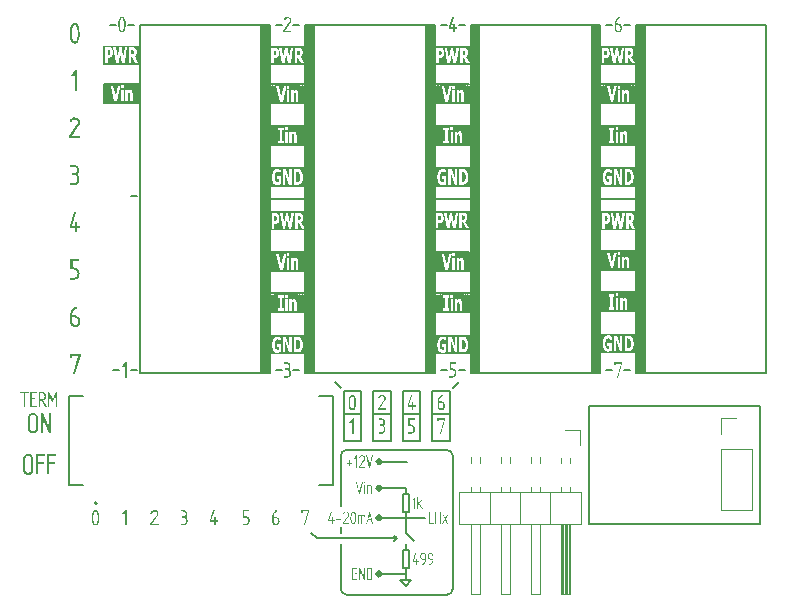
<source format=gbr>
%TF.GenerationSoftware,KiCad,Pcbnew,9.0.2*%
%TF.CreationDate,2025-05-28T21:37:55-04:00*%
%TF.ProjectId,DAQHat Rev A,44415148-6174-4205-9265-7620412e6b69,rev?*%
%TF.SameCoordinates,Original*%
%TF.FileFunction,Legend,Top*%
%TF.FilePolarity,Positive*%
%FSLAX46Y46*%
G04 Gerber Fmt 4.6, Leading zero omitted, Abs format (unit mm)*
G04 Created by KiCad (PCBNEW 9.0.2) date 2025-05-28 21:37:55*
%MOMM*%
%LPD*%
G01*
G04 APERTURE LIST*
%ADD10C,0.150000*%
%ADD11C,0.212500*%
%ADD12C,0.400000*%
%ADD13C,0.375000*%
%ADD14C,0.300000*%
%ADD15C,0.325000*%
%ADD16C,0.120000*%
%ADD17C,0.127000*%
%ADD18C,0.200000*%
G04 APERTURE END LIST*
D10*
X169800000Y-96450000D02*
X169800000Y-97850000D01*
X167400000Y-97850000D02*
X167300000Y-97850000D01*
X167400000Y-96450000D02*
X167400000Y-97850000D01*
X169600000Y-96450000D02*
X169600000Y-97850000D01*
X167000000Y-97950000D02*
X169900000Y-97950000D01*
X167300000Y-96450000D02*
X167200000Y-96450000D01*
X169700000Y-96450000D02*
X169800000Y-96450000D01*
X167300000Y-97850000D02*
X167300000Y-96450000D01*
X169900000Y-97850000D02*
X169900000Y-96450000D01*
X169800000Y-97850000D02*
X169900000Y-97850000D01*
X169600000Y-97850000D02*
X169700000Y-97850000D01*
X169700000Y-97850000D02*
X169700000Y-96450000D01*
X167200000Y-96450000D02*
X167200000Y-97850000D01*
X169800000Y-99950000D02*
X169800000Y-101350000D01*
X169600000Y-99950000D02*
X169600000Y-101350000D01*
X169400000Y-101350000D02*
X169500000Y-101350000D01*
X169700000Y-101350000D02*
X169700000Y-99950000D01*
X169500000Y-99950000D02*
X169600000Y-99950000D01*
X169900000Y-96350000D02*
X167000000Y-96350000D01*
X169700000Y-99950000D02*
X169800000Y-99950000D01*
X169500000Y-101350000D02*
X169500000Y-99950000D01*
X167000000Y-96350000D02*
X167000000Y-97950000D01*
X169600000Y-101350000D02*
X169700000Y-101350000D01*
X169400000Y-99950000D02*
X169400000Y-101350000D01*
X169900000Y-101350000D02*
X169900000Y-99950000D01*
X169800000Y-101350000D02*
X169900000Y-101350000D01*
X170200000Y-99850000D02*
X170200000Y-101450000D01*
X167200000Y-101350000D02*
X167200000Y-99950000D01*
X170200000Y-101450000D02*
X167000000Y-101450000D01*
X169300000Y-99850000D02*
X169900000Y-99850000D01*
X167100000Y-101350000D02*
X167200000Y-101350000D01*
X167100000Y-99950000D02*
X167100000Y-101350000D01*
X167000000Y-99850000D02*
X170200000Y-99850000D01*
X167000000Y-99750000D02*
X167000000Y-99850000D01*
X167200000Y-97850000D02*
X167100000Y-97850000D01*
X167100000Y-97850000D02*
X167100000Y-96450000D01*
X167300000Y-99950000D02*
X167300000Y-101350000D01*
X167500000Y-99950000D02*
X167500000Y-101350000D01*
X167400000Y-99950000D02*
X167500000Y-99950000D01*
X167400000Y-101350000D02*
X167400000Y-99950000D01*
X167300000Y-101350000D02*
X167400000Y-101350000D01*
D11*
G36*
X169419023Y-101483944D02*
G01*
X167562707Y-101483944D01*
X167562707Y-100247245D01*
X167707151Y-100247245D01*
X167831403Y-100247245D01*
X167831403Y-101110888D01*
X167707151Y-101110888D01*
X167707151Y-101339500D01*
X168172812Y-101339500D01*
X168305006Y-101339500D01*
X168508252Y-101339500D01*
X168508252Y-100343770D01*
X168663749Y-100343770D01*
X168663749Y-101339500D01*
X168866996Y-101339500D01*
X168866996Y-100631916D01*
X168896090Y-100604241D01*
X168921545Y-100586590D01*
X168947244Y-100575859D01*
X168972097Y-100572382D01*
X169003241Y-100576461D01*
X169024881Y-100587067D01*
X169042120Y-100606195D01*
X169055088Y-100635488D01*
X169061900Y-100668078D01*
X169066973Y-100723916D01*
X169070191Y-100844413D01*
X169070191Y-101339500D01*
X169274579Y-101339500D01*
X169274579Y-100689465D01*
X169270715Y-100596717D01*
X169260031Y-100521086D01*
X169243543Y-100459600D01*
X169221744Y-100409814D01*
X169193218Y-100368522D01*
X169159100Y-100338672D01*
X169118251Y-100319945D01*
X169069049Y-100313289D01*
X169013559Y-100322582D01*
X168964208Y-100349724D01*
X168917614Y-100391880D01*
X168866996Y-100451091D01*
X168866996Y-100343770D01*
X168663749Y-100343770D01*
X168508252Y-100343770D01*
X168305006Y-100343770D01*
X168305006Y-101339500D01*
X168172812Y-101339500D01*
X168172812Y-101110888D01*
X168048560Y-101110888D01*
X168048560Y-100247245D01*
X168172812Y-100247245D01*
X168172812Y-100201523D01*
X168299193Y-100201523D01*
X168514065Y-100201523D01*
X168514065Y-99957671D01*
X168299193Y-99957671D01*
X168299193Y-100201523D01*
X168172812Y-100201523D01*
X168172812Y-100018634D01*
X167707151Y-100018634D01*
X167707151Y-100247245D01*
X167562707Y-100247245D01*
X167562707Y-99813227D01*
X169419023Y-99813227D01*
X169419023Y-101483944D01*
G37*
G36*
X169572821Y-97984783D02*
G01*
X167424246Y-97984783D01*
X167424246Y-96519473D01*
X167568690Y-96519473D01*
X167865983Y-97840339D01*
X168092429Y-97840339D01*
X168458803Y-97840339D01*
X168662049Y-97840339D01*
X168662049Y-96844609D01*
X168817547Y-96844609D01*
X168817547Y-97840339D01*
X169020793Y-97840339D01*
X169020793Y-97132755D01*
X169049887Y-97105080D01*
X169075342Y-97087429D01*
X169101041Y-97076698D01*
X169125894Y-97073221D01*
X169157038Y-97077300D01*
X169178678Y-97087906D01*
X169195917Y-97107034D01*
X169208885Y-97136327D01*
X169215697Y-97168917D01*
X169220770Y-97224755D01*
X169223988Y-97345252D01*
X169223988Y-97840339D01*
X169428377Y-97840339D01*
X169428377Y-97190304D01*
X169424512Y-97097556D01*
X169413829Y-97021925D01*
X169397340Y-96960439D01*
X169375541Y-96910653D01*
X169347016Y-96869361D01*
X169312897Y-96839511D01*
X169272048Y-96820784D01*
X169222846Y-96814128D01*
X169167356Y-96823421D01*
X169118005Y-96850563D01*
X169071411Y-96892719D01*
X169020793Y-96951930D01*
X169020793Y-96844609D01*
X168817547Y-96844609D01*
X168662049Y-96844609D01*
X168458803Y-96844609D01*
X168458803Y-97840339D01*
X168092429Y-97840339D01*
X168348558Y-96702362D01*
X168452990Y-96702362D01*
X168667862Y-96702362D01*
X168667862Y-96458510D01*
X168452990Y-96458510D01*
X168452990Y-96702362D01*
X168348558Y-96702362D01*
X168389722Y-96519473D01*
X168170230Y-96519473D01*
X167982086Y-97414550D01*
X167793995Y-96519473D01*
X167568690Y-96519473D01*
X167424246Y-96519473D01*
X167424246Y-96314066D01*
X169572821Y-96314066D01*
X169572821Y-97984783D01*
G37*
G36*
X167479978Y-93410162D02*
G01*
X167508181Y-93417220D01*
X167538938Y-93433341D01*
X167561111Y-93453903D01*
X167580719Y-93488192D01*
X167593643Y-93531112D01*
X167598158Y-93583367D01*
X167595944Y-93639806D01*
X167590321Y-93678066D01*
X167579369Y-93711494D01*
X167560426Y-93745618D01*
X167548408Y-93759957D01*
X167530478Y-93774115D01*
X167493628Y-93791260D01*
X167446035Y-93797373D01*
X167387957Y-93798246D01*
X167372853Y-93798246D01*
X167372853Y-93407066D01*
X167403631Y-93407066D01*
X167479978Y-93410162D01*
G37*
G36*
X169510213Y-93405479D02*
G01*
X169534380Y-93411504D01*
X169555523Y-93422069D01*
X169580885Y-93446036D01*
X169596993Y-93476761D01*
X169606219Y-93514505D01*
X169609501Y-93561062D01*
X169606694Y-93613154D01*
X169599328Y-93650284D01*
X169586618Y-93681680D01*
X169568291Y-93708786D01*
X169544254Y-93730950D01*
X169514573Y-93744268D01*
X169481233Y-93750270D01*
X169437655Y-93752524D01*
X169375529Y-93752524D01*
X169375529Y-93401986D01*
X169448087Y-93401986D01*
X169510213Y-93405479D01*
G37*
G36*
X170103502Y-94623444D02*
G01*
X167011253Y-94623444D01*
X167011253Y-93798246D01*
X167155697Y-93798246D01*
X167155697Y-94479000D01*
X167372853Y-94479000D01*
X167372853Y-94047178D01*
X167486674Y-94047178D01*
X167531944Y-94044151D01*
X167570546Y-94035668D01*
X167607063Y-94021677D01*
X167639939Y-94003678D01*
X167670733Y-93980875D01*
X167698328Y-93953987D01*
X167746804Y-93890167D01*
X167778205Y-93828370D01*
X167801976Y-93750857D01*
X167816289Y-93665665D01*
X167821127Y-93575112D01*
X167817929Y-93499733D01*
X167808843Y-93434468D01*
X167794398Y-93377776D01*
X167773982Y-93325759D01*
X167748928Y-93281778D01*
X167718933Y-93245054D01*
X167672585Y-93206129D01*
X167620528Y-93179011D01*
X167563559Y-93163764D01*
X167491293Y-93158134D01*
X167865140Y-93158134D01*
X168084061Y-94479000D01*
X168322082Y-94479000D01*
X168456818Y-93662032D01*
X168595603Y-94479000D01*
X168833624Y-94479000D01*
X168954031Y-93752524D01*
X169159514Y-93752524D01*
X169159514Y-94479000D01*
X169375529Y-94479000D01*
X169375529Y-93996376D01*
X169453329Y-93996376D01*
X169694308Y-94479000D01*
X169959058Y-94479000D01*
X169668150Y-93918902D01*
X169715443Y-93876532D01*
X169755032Y-93826434D01*
X169787731Y-93768320D01*
X169811756Y-93701942D01*
X169827002Y-93620892D01*
X169832470Y-93521610D01*
X169829123Y-93450960D01*
X169819786Y-93392607D01*
X169805170Y-93344357D01*
X169773243Y-93280947D01*
X169731418Y-93229258D01*
X169684190Y-93193187D01*
X169632701Y-93171946D01*
X169576997Y-93161851D01*
X169507307Y-93158134D01*
X169159514Y-93158134D01*
X169159514Y-93752524D01*
X168954031Y-93752524D01*
X169052545Y-93158134D01*
X168833053Y-93158134D01*
X168707659Y-94044321D01*
X168570016Y-93158134D01*
X168354624Y-93158134D01*
X168209455Y-94044321D01*
X168090445Y-93158134D01*
X167865140Y-93158134D01*
X167491293Y-93158134D01*
X167155697Y-93158134D01*
X167155697Y-93798246D01*
X167011253Y-93798246D01*
X167011253Y-93013690D01*
X170103502Y-93013690D01*
X170103502Y-94623444D01*
G37*
G36*
X169377396Y-103771139D02*
G01*
X169424576Y-103782935D01*
X169469989Y-103811701D01*
X169507466Y-103851373D01*
X169537318Y-103899264D01*
X169560297Y-103956171D01*
X169576090Y-104019194D01*
X169586085Y-104092576D01*
X169589622Y-104178194D01*
X169586227Y-104263950D01*
X169576694Y-104336565D01*
X169561751Y-104398073D01*
X169540128Y-104454249D01*
X169513163Y-104501023D01*
X169480473Y-104539368D01*
X169433577Y-104572980D01*
X169384922Y-104586598D01*
X169261552Y-104590567D01*
X169257503Y-104590567D01*
X169257503Y-103767566D01*
X169261552Y-103767566D01*
X169377396Y-103771139D01*
G37*
G36*
X169957035Y-105014425D02*
G01*
X167042549Y-105014425D01*
X167042549Y-104179384D01*
X167186993Y-104179384D01*
X167192479Y-104313335D01*
X167208027Y-104428864D01*
X167232657Y-104528720D01*
X167265942Y-104615197D01*
X167308027Y-104690029D01*
X167358306Y-104753272D01*
X167414902Y-104802909D01*
X167478710Y-104839296D01*
X167550914Y-104862033D01*
X167632931Y-104869981D01*
X167721193Y-104861627D01*
X167799900Y-104839500D01*
X168123557Y-104839500D01*
X168322133Y-104839500D01*
X168322133Y-103918704D01*
X168655445Y-104839500D01*
X168864453Y-104839500D01*
X168864453Y-104590567D01*
X169040347Y-104590567D01*
X169040347Y-104839500D01*
X169310910Y-104839500D01*
X169398959Y-104834604D01*
X169479590Y-104820449D01*
X169531188Y-104802391D01*
X169579910Y-104773929D01*
X169626212Y-104734799D01*
X169675982Y-104676556D01*
X169720425Y-104602590D01*
X169759755Y-104510871D01*
X169788774Y-104410779D01*
X169806497Y-104301282D01*
X169812591Y-104180416D01*
X169806750Y-104054513D01*
X169790046Y-103944320D01*
X169763233Y-103847342D01*
X169725999Y-103758784D01*
X169681271Y-103684226D01*
X169628548Y-103622382D01*
X169580675Y-103582274D01*
X169531070Y-103553763D01*
X169479279Y-103536415D01*
X169398244Y-103523226D01*
X169308575Y-103518634D01*
X169040347Y-103518634D01*
X169040347Y-104590567D01*
X168864453Y-104590567D01*
X168864453Y-103518634D01*
X168665877Y-103518634D01*
X168665877Y-104275353D01*
X168390072Y-103518634D01*
X168123557Y-103518634D01*
X168123557Y-104839500D01*
X167799900Y-104839500D01*
X167812044Y-104836086D01*
X167898363Y-104799889D01*
X167959808Y-104766550D01*
X167959808Y-104113024D01*
X167581808Y-104113024D01*
X167581808Y-104361956D01*
X167749606Y-104361956D01*
X167749606Y-104622557D01*
X167722306Y-104625256D01*
X167695006Y-104626129D01*
X167629435Y-104618498D01*
X167574048Y-104596972D01*
X167527072Y-104562817D01*
X167487140Y-104516189D01*
X167455668Y-104457968D01*
X167432027Y-104384201D01*
X167416688Y-104291353D01*
X167411104Y-104174860D01*
X167416393Y-104070718D01*
X167431138Y-103985144D01*
X167455252Y-103909349D01*
X167485427Y-103850359D01*
X167524087Y-103802266D01*
X167567276Y-103768757D01*
X167614822Y-103749025D01*
X167668899Y-103742165D01*
X167715654Y-103747285D01*
X167759208Y-103762327D01*
X167800209Y-103785013D01*
X167834413Y-103810510D01*
X167891609Y-103867901D01*
X167936608Y-103919974D01*
X167956330Y-103919974D01*
X167956330Y-103610317D01*
X167883766Y-103561190D01*
X167815833Y-103524746D01*
X167770028Y-103508297D01*
X167711969Y-103497286D01*
X167639315Y-103493233D01*
X167554668Y-103501565D01*
X167480644Y-103525336D01*
X167415675Y-103563289D01*
X167358460Y-103614980D01*
X167308027Y-103680805D01*
X167265303Y-103758894D01*
X167231897Y-103846273D01*
X167207495Y-103944251D01*
X167192294Y-104054583D01*
X167186993Y-104179384D01*
X167042549Y-104179384D01*
X167042549Y-103348789D01*
X169957035Y-103348789D01*
X169957035Y-105014425D01*
G37*
D10*
X169800000Y-82350000D02*
X169800000Y-83750000D01*
X167400000Y-83750000D02*
X167300000Y-83750000D01*
X167400000Y-82350000D02*
X167400000Y-83750000D01*
X169600000Y-82350000D02*
X169600000Y-83750000D01*
X167000000Y-83850000D02*
X169900000Y-83850000D01*
X167300000Y-82350000D02*
X167200000Y-82350000D01*
X169700000Y-82350000D02*
X169800000Y-82350000D01*
X167300000Y-83750000D02*
X167300000Y-82350000D01*
X169900000Y-83750000D02*
X169900000Y-82350000D01*
X169800000Y-83750000D02*
X169900000Y-83750000D01*
X169600000Y-83750000D02*
X169700000Y-83750000D01*
X169700000Y-83750000D02*
X169700000Y-82350000D01*
X167200000Y-82350000D02*
X167200000Y-83750000D01*
X169800000Y-85850000D02*
X169800000Y-87250000D01*
X169600000Y-85850000D02*
X169600000Y-87250000D01*
X169400000Y-87250000D02*
X169500000Y-87250000D01*
X169700000Y-87250000D02*
X169700000Y-85850000D01*
X169500000Y-85850000D02*
X169600000Y-85850000D01*
X169900000Y-82250000D02*
X167000000Y-82250000D01*
X169700000Y-85850000D02*
X169800000Y-85850000D01*
X169500000Y-87250000D02*
X169500000Y-85850000D01*
X167000000Y-82250000D02*
X167000000Y-83850000D01*
X169600000Y-87250000D02*
X169700000Y-87250000D01*
X169400000Y-85850000D02*
X169400000Y-87250000D01*
X169900000Y-87250000D02*
X169900000Y-85850000D01*
X169800000Y-87250000D02*
X169900000Y-87250000D01*
X170200000Y-85750000D02*
X170200000Y-87350000D01*
X167200000Y-87250000D02*
X167200000Y-85850000D01*
X170200000Y-87350000D02*
X167000000Y-87350000D01*
X169300000Y-85750000D02*
X169900000Y-85750000D01*
X167100000Y-87250000D02*
X167200000Y-87250000D01*
X167100000Y-85850000D02*
X167100000Y-87250000D01*
X167000000Y-85750000D02*
X170200000Y-85750000D01*
X167000000Y-85650000D02*
X167000000Y-85750000D01*
X167200000Y-83750000D02*
X167100000Y-83750000D01*
X167100000Y-83750000D02*
X167100000Y-82350000D01*
X167300000Y-85850000D02*
X167300000Y-87250000D01*
X167500000Y-85850000D02*
X167500000Y-87250000D01*
X167400000Y-85850000D02*
X167500000Y-85850000D01*
X167400000Y-87250000D02*
X167400000Y-85850000D01*
X167300000Y-87250000D02*
X167400000Y-87250000D01*
D11*
G36*
X169419023Y-87383944D02*
G01*
X167562707Y-87383944D01*
X167562707Y-86147245D01*
X167707151Y-86147245D01*
X167831403Y-86147245D01*
X167831403Y-87010888D01*
X167707151Y-87010888D01*
X167707151Y-87239500D01*
X168172812Y-87239500D01*
X168305006Y-87239500D01*
X168508252Y-87239500D01*
X168508252Y-86243770D01*
X168663749Y-86243770D01*
X168663749Y-87239500D01*
X168866996Y-87239500D01*
X168866996Y-86531916D01*
X168896090Y-86504241D01*
X168921545Y-86486590D01*
X168947244Y-86475859D01*
X168972097Y-86472382D01*
X169003241Y-86476461D01*
X169024881Y-86487067D01*
X169042120Y-86506195D01*
X169055088Y-86535488D01*
X169061900Y-86568078D01*
X169066973Y-86623916D01*
X169070191Y-86744413D01*
X169070191Y-87239500D01*
X169274579Y-87239500D01*
X169274579Y-86589465D01*
X169270715Y-86496717D01*
X169260031Y-86421086D01*
X169243543Y-86359600D01*
X169221744Y-86309814D01*
X169193218Y-86268522D01*
X169159100Y-86238672D01*
X169118251Y-86219945D01*
X169069049Y-86213289D01*
X169013559Y-86222582D01*
X168964208Y-86249724D01*
X168917614Y-86291880D01*
X168866996Y-86351091D01*
X168866996Y-86243770D01*
X168663749Y-86243770D01*
X168508252Y-86243770D01*
X168305006Y-86243770D01*
X168305006Y-87239500D01*
X168172812Y-87239500D01*
X168172812Y-87010888D01*
X168048560Y-87010888D01*
X168048560Y-86147245D01*
X168172812Y-86147245D01*
X168172812Y-86101523D01*
X168299193Y-86101523D01*
X168514065Y-86101523D01*
X168514065Y-85857671D01*
X168299193Y-85857671D01*
X168299193Y-86101523D01*
X168172812Y-86101523D01*
X168172812Y-85918634D01*
X167707151Y-85918634D01*
X167707151Y-86147245D01*
X167562707Y-86147245D01*
X167562707Y-85713227D01*
X169419023Y-85713227D01*
X169419023Y-87383944D01*
G37*
G36*
X169572821Y-83884783D02*
G01*
X167424246Y-83884783D01*
X167424246Y-82419473D01*
X167568690Y-82419473D01*
X167865983Y-83740339D01*
X168092429Y-83740339D01*
X168458803Y-83740339D01*
X168662049Y-83740339D01*
X168662049Y-82744609D01*
X168817547Y-82744609D01*
X168817547Y-83740339D01*
X169020793Y-83740339D01*
X169020793Y-83032755D01*
X169049887Y-83005080D01*
X169075342Y-82987429D01*
X169101041Y-82976698D01*
X169125894Y-82973221D01*
X169157038Y-82977300D01*
X169178678Y-82987906D01*
X169195917Y-83007034D01*
X169208885Y-83036327D01*
X169215697Y-83068917D01*
X169220770Y-83124755D01*
X169223988Y-83245252D01*
X169223988Y-83740339D01*
X169428377Y-83740339D01*
X169428377Y-83090304D01*
X169424512Y-82997556D01*
X169413829Y-82921925D01*
X169397340Y-82860439D01*
X169375541Y-82810653D01*
X169347016Y-82769361D01*
X169312897Y-82739511D01*
X169272048Y-82720784D01*
X169222846Y-82714128D01*
X169167356Y-82723421D01*
X169118005Y-82750563D01*
X169071411Y-82792719D01*
X169020793Y-82851930D01*
X169020793Y-82744609D01*
X168817547Y-82744609D01*
X168662049Y-82744609D01*
X168458803Y-82744609D01*
X168458803Y-83740339D01*
X168092429Y-83740339D01*
X168348558Y-82602362D01*
X168452990Y-82602362D01*
X168667862Y-82602362D01*
X168667862Y-82358510D01*
X168452990Y-82358510D01*
X168452990Y-82602362D01*
X168348558Y-82602362D01*
X168389722Y-82419473D01*
X168170230Y-82419473D01*
X167982086Y-83314550D01*
X167793995Y-82419473D01*
X167568690Y-82419473D01*
X167424246Y-82419473D01*
X167424246Y-82214066D01*
X169572821Y-82214066D01*
X169572821Y-83884783D01*
G37*
G36*
X167433524Y-79402804D02*
G01*
X167461727Y-79409862D01*
X167492484Y-79425983D01*
X167514657Y-79446545D01*
X167534265Y-79480834D01*
X167547189Y-79523754D01*
X167551704Y-79576009D01*
X167549490Y-79632448D01*
X167543867Y-79670708D01*
X167532915Y-79704136D01*
X167513972Y-79738260D01*
X167501954Y-79752599D01*
X167484024Y-79766757D01*
X167447174Y-79783902D01*
X167399581Y-79790015D01*
X167341503Y-79790888D01*
X167326399Y-79790888D01*
X167326399Y-79399708D01*
X167357177Y-79399708D01*
X167433524Y-79402804D01*
G37*
G36*
X169463759Y-79398121D02*
G01*
X169487926Y-79404146D01*
X169509069Y-79414711D01*
X169534431Y-79438678D01*
X169550539Y-79469403D01*
X169559765Y-79507147D01*
X169563047Y-79553704D01*
X169560240Y-79605796D01*
X169552874Y-79642926D01*
X169540164Y-79674322D01*
X169521837Y-79701428D01*
X169497800Y-79723592D01*
X169468119Y-79736910D01*
X169434779Y-79742912D01*
X169391201Y-79745166D01*
X169329075Y-79745166D01*
X169329075Y-79394628D01*
X169401633Y-79394628D01*
X169463759Y-79398121D01*
G37*
G36*
X170057048Y-80616086D02*
G01*
X166964799Y-80616086D01*
X166964799Y-79790888D01*
X167109243Y-79790888D01*
X167109243Y-80471642D01*
X167326399Y-80471642D01*
X167326399Y-80039820D01*
X167440220Y-80039820D01*
X167485490Y-80036793D01*
X167524092Y-80028310D01*
X167560609Y-80014319D01*
X167593485Y-79996320D01*
X167624279Y-79973517D01*
X167651874Y-79946629D01*
X167700350Y-79882809D01*
X167731751Y-79821012D01*
X167755522Y-79743499D01*
X167769835Y-79658307D01*
X167774673Y-79567754D01*
X167771475Y-79492375D01*
X167762389Y-79427110D01*
X167747944Y-79370418D01*
X167727528Y-79318401D01*
X167702474Y-79274420D01*
X167672479Y-79237696D01*
X167626131Y-79198771D01*
X167574074Y-79171653D01*
X167517105Y-79156406D01*
X167444839Y-79150776D01*
X167818686Y-79150776D01*
X168037607Y-80471642D01*
X168275628Y-80471642D01*
X168410364Y-79654674D01*
X168549149Y-80471642D01*
X168787170Y-80471642D01*
X168907577Y-79745166D01*
X169113060Y-79745166D01*
X169113060Y-80471642D01*
X169329075Y-80471642D01*
X169329075Y-79989018D01*
X169406875Y-79989018D01*
X169647854Y-80471642D01*
X169912604Y-80471642D01*
X169621696Y-79911544D01*
X169668989Y-79869174D01*
X169708578Y-79819076D01*
X169741277Y-79760962D01*
X169765302Y-79694584D01*
X169780548Y-79613534D01*
X169786016Y-79514252D01*
X169782669Y-79443602D01*
X169773332Y-79385249D01*
X169758716Y-79336999D01*
X169726789Y-79273589D01*
X169684964Y-79221900D01*
X169637736Y-79185829D01*
X169586247Y-79164588D01*
X169530543Y-79154493D01*
X169460853Y-79150776D01*
X169113060Y-79150776D01*
X169113060Y-79745166D01*
X168907577Y-79745166D01*
X169006091Y-79150776D01*
X168786599Y-79150776D01*
X168661205Y-80036963D01*
X168523562Y-79150776D01*
X168308170Y-79150776D01*
X168163001Y-80036963D01*
X168043991Y-79150776D01*
X167818686Y-79150776D01*
X167444839Y-79150776D01*
X167109243Y-79150776D01*
X167109243Y-79790888D01*
X166964799Y-79790888D01*
X166964799Y-79006332D01*
X170057048Y-79006332D01*
X170057048Y-80616086D01*
G37*
D10*
X167500000Y-77200000D02*
X168000000Y-77200000D01*
D11*
G36*
X169377396Y-89671139D02*
G01*
X169424576Y-89682935D01*
X169469989Y-89711701D01*
X169507466Y-89751373D01*
X169537318Y-89799264D01*
X169560297Y-89856171D01*
X169576090Y-89919194D01*
X169586085Y-89992576D01*
X169589622Y-90078194D01*
X169586227Y-90163950D01*
X169576694Y-90236565D01*
X169561751Y-90298073D01*
X169540128Y-90354249D01*
X169513163Y-90401023D01*
X169480473Y-90439368D01*
X169433577Y-90472980D01*
X169384922Y-90486598D01*
X169261552Y-90490567D01*
X169257503Y-90490567D01*
X169257503Y-89667566D01*
X169261552Y-89667566D01*
X169377396Y-89671139D01*
G37*
G36*
X169957035Y-90914425D02*
G01*
X167042549Y-90914425D01*
X167042549Y-90079384D01*
X167186993Y-90079384D01*
X167192479Y-90213335D01*
X167208027Y-90328864D01*
X167232657Y-90428720D01*
X167265942Y-90515197D01*
X167308027Y-90590029D01*
X167358306Y-90653272D01*
X167414902Y-90702909D01*
X167478710Y-90739296D01*
X167550914Y-90762033D01*
X167632931Y-90769981D01*
X167721193Y-90761627D01*
X167799900Y-90739500D01*
X168123557Y-90739500D01*
X168322133Y-90739500D01*
X168322133Y-89818704D01*
X168655445Y-90739500D01*
X168864453Y-90739500D01*
X168864453Y-90490567D01*
X169040347Y-90490567D01*
X169040347Y-90739500D01*
X169310910Y-90739500D01*
X169398959Y-90734604D01*
X169479590Y-90720449D01*
X169531188Y-90702391D01*
X169579910Y-90673929D01*
X169626212Y-90634799D01*
X169675982Y-90576556D01*
X169720425Y-90502590D01*
X169759755Y-90410871D01*
X169788774Y-90310779D01*
X169806497Y-90201282D01*
X169812591Y-90080416D01*
X169806750Y-89954513D01*
X169790046Y-89844320D01*
X169763233Y-89747342D01*
X169725999Y-89658784D01*
X169681271Y-89584226D01*
X169628548Y-89522382D01*
X169580675Y-89482274D01*
X169531070Y-89453763D01*
X169479279Y-89436415D01*
X169398244Y-89423226D01*
X169308575Y-89418634D01*
X169040347Y-89418634D01*
X169040347Y-90490567D01*
X168864453Y-90490567D01*
X168864453Y-89418634D01*
X168665877Y-89418634D01*
X168665877Y-90175353D01*
X168390072Y-89418634D01*
X168123557Y-89418634D01*
X168123557Y-90739500D01*
X167799900Y-90739500D01*
X167812044Y-90736086D01*
X167898363Y-90699889D01*
X167959808Y-90666550D01*
X167959808Y-90013024D01*
X167581808Y-90013024D01*
X167581808Y-90261956D01*
X167749606Y-90261956D01*
X167749606Y-90522557D01*
X167722306Y-90525256D01*
X167695006Y-90526129D01*
X167629435Y-90518498D01*
X167574048Y-90496972D01*
X167527072Y-90462817D01*
X167487140Y-90416189D01*
X167455668Y-90357968D01*
X167432027Y-90284201D01*
X167416688Y-90191353D01*
X167411104Y-90074860D01*
X167416393Y-89970718D01*
X167431138Y-89885144D01*
X167455252Y-89809349D01*
X167485427Y-89750359D01*
X167524087Y-89702266D01*
X167567276Y-89668757D01*
X167614822Y-89649025D01*
X167668899Y-89642165D01*
X167715654Y-89647285D01*
X167759208Y-89662327D01*
X167800209Y-89685013D01*
X167834413Y-89710510D01*
X167891609Y-89767901D01*
X167936608Y-89819974D01*
X167956330Y-89819974D01*
X167956330Y-89510317D01*
X167883766Y-89461190D01*
X167815833Y-89424746D01*
X167770028Y-89408297D01*
X167711969Y-89397286D01*
X167639315Y-89393233D01*
X167554668Y-89401565D01*
X167480644Y-89425336D01*
X167415675Y-89463289D01*
X167358460Y-89514980D01*
X167308027Y-89580805D01*
X167265303Y-89658894D01*
X167231897Y-89746273D01*
X167207495Y-89844251D01*
X167192294Y-89954583D01*
X167186993Y-90079384D01*
X167042549Y-90079384D01*
X167042549Y-89248789D01*
X169957035Y-89248789D01*
X169957035Y-90914425D01*
G37*
D10*
X155800000Y-96550000D02*
X155800000Y-97950000D01*
X153400000Y-97950000D02*
X153300000Y-97950000D01*
X153400000Y-96550000D02*
X153400000Y-97950000D01*
X155600000Y-96550000D02*
X155600000Y-97950000D01*
X153000000Y-98050000D02*
X155900000Y-98050000D01*
X153300000Y-96550000D02*
X153200000Y-96550000D01*
X155700000Y-96550000D02*
X155800000Y-96550000D01*
X153300000Y-97950000D02*
X153300000Y-96550000D01*
X155900000Y-97950000D02*
X155900000Y-96550000D01*
X155800000Y-97950000D02*
X155900000Y-97950000D01*
X155600000Y-97950000D02*
X155700000Y-97950000D01*
X155700000Y-97950000D02*
X155700000Y-96550000D01*
X153200000Y-96550000D02*
X153200000Y-97950000D01*
X155800000Y-100050000D02*
X155800000Y-101450000D01*
X155600000Y-100050000D02*
X155600000Y-101450000D01*
X155400000Y-101450000D02*
X155500000Y-101450000D01*
X155700000Y-101450000D02*
X155700000Y-100050000D01*
X155500000Y-100050000D02*
X155600000Y-100050000D01*
X155900000Y-96450000D02*
X153000000Y-96450000D01*
X155700000Y-100050000D02*
X155800000Y-100050000D01*
X155500000Y-101450000D02*
X155500000Y-100050000D01*
X153000000Y-96450000D02*
X153000000Y-98050000D01*
X155600000Y-101450000D02*
X155700000Y-101450000D01*
X155400000Y-100050000D02*
X155400000Y-101450000D01*
X155900000Y-101450000D02*
X155900000Y-100050000D01*
X155800000Y-101450000D02*
X155900000Y-101450000D01*
X156200000Y-99950000D02*
X156200000Y-101550000D01*
X153200000Y-101450000D02*
X153200000Y-100050000D01*
X156200000Y-101550000D02*
X153000000Y-101550000D01*
X155300000Y-99950000D02*
X155900000Y-99950000D01*
X153100000Y-101450000D02*
X153200000Y-101450000D01*
X153100000Y-100050000D02*
X153100000Y-101450000D01*
X153000000Y-99950000D02*
X156200000Y-99950000D01*
X153000000Y-99850000D02*
X153000000Y-99950000D01*
X153200000Y-97950000D02*
X153100000Y-97950000D01*
X153100000Y-97950000D02*
X153100000Y-96550000D01*
X153300000Y-100050000D02*
X153300000Y-101450000D01*
X153500000Y-100050000D02*
X153500000Y-101450000D01*
X153400000Y-100050000D02*
X153500000Y-100050000D01*
X153400000Y-101450000D02*
X153400000Y-100050000D01*
X153300000Y-101450000D02*
X153400000Y-101450000D01*
D11*
G36*
X155419023Y-101583944D02*
G01*
X153562707Y-101583944D01*
X153562707Y-100347245D01*
X153707151Y-100347245D01*
X153831403Y-100347245D01*
X153831403Y-101210888D01*
X153707151Y-101210888D01*
X153707151Y-101439500D01*
X154172812Y-101439500D01*
X154305006Y-101439500D01*
X154508252Y-101439500D01*
X154508252Y-100443770D01*
X154663749Y-100443770D01*
X154663749Y-101439500D01*
X154866996Y-101439500D01*
X154866996Y-100731916D01*
X154896090Y-100704241D01*
X154921545Y-100686590D01*
X154947244Y-100675859D01*
X154972097Y-100672382D01*
X155003241Y-100676461D01*
X155024881Y-100687067D01*
X155042120Y-100706195D01*
X155055088Y-100735488D01*
X155061900Y-100768078D01*
X155066973Y-100823916D01*
X155070191Y-100944413D01*
X155070191Y-101439500D01*
X155274579Y-101439500D01*
X155274579Y-100789465D01*
X155270715Y-100696717D01*
X155260031Y-100621086D01*
X155243543Y-100559600D01*
X155221744Y-100509814D01*
X155193218Y-100468522D01*
X155159100Y-100438672D01*
X155118251Y-100419945D01*
X155069049Y-100413289D01*
X155013559Y-100422582D01*
X154964208Y-100449724D01*
X154917614Y-100491880D01*
X154866996Y-100551091D01*
X154866996Y-100443770D01*
X154663749Y-100443770D01*
X154508252Y-100443770D01*
X154305006Y-100443770D01*
X154305006Y-101439500D01*
X154172812Y-101439500D01*
X154172812Y-101210888D01*
X154048560Y-101210888D01*
X154048560Y-100347245D01*
X154172812Y-100347245D01*
X154172812Y-100301523D01*
X154299193Y-100301523D01*
X154514065Y-100301523D01*
X154514065Y-100057671D01*
X154299193Y-100057671D01*
X154299193Y-100301523D01*
X154172812Y-100301523D01*
X154172812Y-100118634D01*
X153707151Y-100118634D01*
X153707151Y-100347245D01*
X153562707Y-100347245D01*
X153562707Y-99913227D01*
X155419023Y-99913227D01*
X155419023Y-101583944D01*
G37*
G36*
X155572821Y-98084783D02*
G01*
X153424246Y-98084783D01*
X153424246Y-96619473D01*
X153568690Y-96619473D01*
X153865983Y-97940339D01*
X154092429Y-97940339D01*
X154458803Y-97940339D01*
X154662049Y-97940339D01*
X154662049Y-96944609D01*
X154817547Y-96944609D01*
X154817547Y-97940339D01*
X155020793Y-97940339D01*
X155020793Y-97232755D01*
X155049887Y-97205080D01*
X155075342Y-97187429D01*
X155101041Y-97176698D01*
X155125894Y-97173221D01*
X155157038Y-97177300D01*
X155178678Y-97187906D01*
X155195917Y-97207034D01*
X155208885Y-97236327D01*
X155215697Y-97268917D01*
X155220770Y-97324755D01*
X155223988Y-97445252D01*
X155223988Y-97940339D01*
X155428377Y-97940339D01*
X155428377Y-97290304D01*
X155424512Y-97197556D01*
X155413829Y-97121925D01*
X155397340Y-97060439D01*
X155375541Y-97010653D01*
X155347016Y-96969361D01*
X155312897Y-96939511D01*
X155272048Y-96920784D01*
X155222846Y-96914128D01*
X155167356Y-96923421D01*
X155118005Y-96950563D01*
X155071411Y-96992719D01*
X155020793Y-97051930D01*
X155020793Y-96944609D01*
X154817547Y-96944609D01*
X154662049Y-96944609D01*
X154458803Y-96944609D01*
X154458803Y-97940339D01*
X154092429Y-97940339D01*
X154348558Y-96802362D01*
X154452990Y-96802362D01*
X154667862Y-96802362D01*
X154667862Y-96558510D01*
X154452990Y-96558510D01*
X154452990Y-96802362D01*
X154348558Y-96802362D01*
X154389722Y-96619473D01*
X154170230Y-96619473D01*
X153982086Y-97514550D01*
X153793995Y-96619473D01*
X153568690Y-96619473D01*
X153424246Y-96619473D01*
X153424246Y-96414066D01*
X155572821Y-96414066D01*
X155572821Y-98084783D01*
G37*
G36*
X153379978Y-93360162D02*
G01*
X153408181Y-93367220D01*
X153438938Y-93383341D01*
X153461111Y-93403903D01*
X153480719Y-93438192D01*
X153493643Y-93481112D01*
X153498158Y-93533367D01*
X153495944Y-93589806D01*
X153490321Y-93628066D01*
X153479369Y-93661494D01*
X153460426Y-93695618D01*
X153448408Y-93709957D01*
X153430478Y-93724115D01*
X153393628Y-93741260D01*
X153346035Y-93747373D01*
X153287957Y-93748246D01*
X153272853Y-93748246D01*
X153272853Y-93357066D01*
X153303631Y-93357066D01*
X153379978Y-93360162D01*
G37*
G36*
X155410213Y-93355479D02*
G01*
X155434380Y-93361504D01*
X155455523Y-93372069D01*
X155480885Y-93396036D01*
X155496993Y-93426761D01*
X155506219Y-93464505D01*
X155509501Y-93511062D01*
X155506694Y-93563154D01*
X155499328Y-93600284D01*
X155486618Y-93631680D01*
X155468291Y-93658786D01*
X155444254Y-93680950D01*
X155414573Y-93694268D01*
X155381233Y-93700270D01*
X155337655Y-93702524D01*
X155275529Y-93702524D01*
X155275529Y-93351986D01*
X155348087Y-93351986D01*
X155410213Y-93355479D01*
G37*
G36*
X156003502Y-94573444D02*
G01*
X152911253Y-94573444D01*
X152911253Y-93748246D01*
X153055697Y-93748246D01*
X153055697Y-94429000D01*
X153272853Y-94429000D01*
X153272853Y-93997178D01*
X153386674Y-93997178D01*
X153431944Y-93994151D01*
X153470546Y-93985668D01*
X153507063Y-93971677D01*
X153539939Y-93953678D01*
X153570733Y-93930875D01*
X153598328Y-93903987D01*
X153646804Y-93840167D01*
X153678205Y-93778370D01*
X153701976Y-93700857D01*
X153716289Y-93615665D01*
X153721127Y-93525112D01*
X153717929Y-93449733D01*
X153708843Y-93384468D01*
X153694398Y-93327776D01*
X153673982Y-93275759D01*
X153648928Y-93231778D01*
X153618933Y-93195054D01*
X153572585Y-93156129D01*
X153520528Y-93129011D01*
X153463559Y-93113764D01*
X153391293Y-93108134D01*
X153765140Y-93108134D01*
X153984061Y-94429000D01*
X154222082Y-94429000D01*
X154356818Y-93612032D01*
X154495603Y-94429000D01*
X154733624Y-94429000D01*
X154854031Y-93702524D01*
X155059514Y-93702524D01*
X155059514Y-94429000D01*
X155275529Y-94429000D01*
X155275529Y-93946376D01*
X155353329Y-93946376D01*
X155594308Y-94429000D01*
X155859058Y-94429000D01*
X155568150Y-93868902D01*
X155615443Y-93826532D01*
X155655032Y-93776434D01*
X155687731Y-93718320D01*
X155711756Y-93651942D01*
X155727002Y-93570892D01*
X155732470Y-93471610D01*
X155729123Y-93400960D01*
X155719786Y-93342607D01*
X155705170Y-93294357D01*
X155673243Y-93230947D01*
X155631418Y-93179258D01*
X155584190Y-93143187D01*
X155532701Y-93121946D01*
X155476997Y-93111851D01*
X155407307Y-93108134D01*
X155059514Y-93108134D01*
X155059514Y-93702524D01*
X154854031Y-93702524D01*
X154952545Y-93108134D01*
X154733053Y-93108134D01*
X154607659Y-93994321D01*
X154470016Y-93108134D01*
X154254624Y-93108134D01*
X154109455Y-93994321D01*
X153990445Y-93108134D01*
X153765140Y-93108134D01*
X153391293Y-93108134D01*
X153055697Y-93108134D01*
X153055697Y-93748246D01*
X152911253Y-93748246D01*
X152911253Y-92963690D01*
X156003502Y-92963690D01*
X156003502Y-94573444D01*
G37*
G36*
X155377396Y-103871139D02*
G01*
X155424576Y-103882935D01*
X155469989Y-103911701D01*
X155507466Y-103951373D01*
X155537318Y-103999264D01*
X155560297Y-104056171D01*
X155576090Y-104119194D01*
X155586085Y-104192576D01*
X155589622Y-104278194D01*
X155586227Y-104363950D01*
X155576694Y-104436565D01*
X155561751Y-104498073D01*
X155540128Y-104554249D01*
X155513163Y-104601023D01*
X155480473Y-104639368D01*
X155433577Y-104672980D01*
X155384922Y-104686598D01*
X155261552Y-104690567D01*
X155257503Y-104690567D01*
X155257503Y-103867566D01*
X155261552Y-103867566D01*
X155377396Y-103871139D01*
G37*
G36*
X155957035Y-105114425D02*
G01*
X153042549Y-105114425D01*
X153042549Y-104279384D01*
X153186993Y-104279384D01*
X153192479Y-104413335D01*
X153208027Y-104528864D01*
X153232657Y-104628720D01*
X153265942Y-104715197D01*
X153308027Y-104790029D01*
X153358306Y-104853272D01*
X153414902Y-104902909D01*
X153478710Y-104939296D01*
X153550914Y-104962033D01*
X153632931Y-104969981D01*
X153721193Y-104961627D01*
X153799900Y-104939500D01*
X154123557Y-104939500D01*
X154322133Y-104939500D01*
X154322133Y-104018704D01*
X154655445Y-104939500D01*
X154864453Y-104939500D01*
X154864453Y-104690567D01*
X155040347Y-104690567D01*
X155040347Y-104939500D01*
X155310910Y-104939500D01*
X155398959Y-104934604D01*
X155479590Y-104920449D01*
X155531188Y-104902391D01*
X155579910Y-104873929D01*
X155626212Y-104834799D01*
X155675982Y-104776556D01*
X155720425Y-104702590D01*
X155759755Y-104610871D01*
X155788774Y-104510779D01*
X155806497Y-104401282D01*
X155812591Y-104280416D01*
X155806750Y-104154513D01*
X155790046Y-104044320D01*
X155763233Y-103947342D01*
X155725999Y-103858784D01*
X155681271Y-103784226D01*
X155628548Y-103722382D01*
X155580675Y-103682274D01*
X155531070Y-103653763D01*
X155479279Y-103636415D01*
X155398244Y-103623226D01*
X155308575Y-103618634D01*
X155040347Y-103618634D01*
X155040347Y-104690567D01*
X154864453Y-104690567D01*
X154864453Y-103618634D01*
X154665877Y-103618634D01*
X154665877Y-104375353D01*
X154390072Y-103618634D01*
X154123557Y-103618634D01*
X154123557Y-104939500D01*
X153799900Y-104939500D01*
X153812044Y-104936086D01*
X153898363Y-104899889D01*
X153959808Y-104866550D01*
X153959808Y-104213024D01*
X153581808Y-104213024D01*
X153581808Y-104461956D01*
X153749606Y-104461956D01*
X153749606Y-104722557D01*
X153722306Y-104725256D01*
X153695006Y-104726129D01*
X153629435Y-104718498D01*
X153574048Y-104696972D01*
X153527072Y-104662817D01*
X153487140Y-104616189D01*
X153455668Y-104557968D01*
X153432027Y-104484201D01*
X153416688Y-104391353D01*
X153411104Y-104274860D01*
X153416393Y-104170718D01*
X153431138Y-104085144D01*
X153455252Y-104009349D01*
X153485427Y-103950359D01*
X153524087Y-103902266D01*
X153567276Y-103868757D01*
X153614822Y-103849025D01*
X153668899Y-103842165D01*
X153715654Y-103847285D01*
X153759208Y-103862327D01*
X153800209Y-103885013D01*
X153834413Y-103910510D01*
X153891609Y-103967901D01*
X153936608Y-104019974D01*
X153956330Y-104019974D01*
X153956330Y-103710317D01*
X153883766Y-103661190D01*
X153815833Y-103624746D01*
X153770028Y-103608297D01*
X153711969Y-103597286D01*
X153639315Y-103593233D01*
X153554668Y-103601565D01*
X153480644Y-103625336D01*
X153415675Y-103663289D01*
X153358460Y-103714980D01*
X153308027Y-103780805D01*
X153265303Y-103858894D01*
X153231897Y-103946273D01*
X153207495Y-104044251D01*
X153192294Y-104154583D01*
X153186993Y-104279384D01*
X153042549Y-104279384D01*
X153042549Y-103448789D01*
X155957035Y-103448789D01*
X155957035Y-105114425D01*
G37*
D10*
X155800000Y-82350000D02*
X155800000Y-83750000D01*
X153400000Y-83750000D02*
X153300000Y-83750000D01*
X153400000Y-82350000D02*
X153400000Y-83750000D01*
X155600000Y-82350000D02*
X155600000Y-83750000D01*
X153000000Y-83850000D02*
X155900000Y-83850000D01*
X153300000Y-82350000D02*
X153200000Y-82350000D01*
X155700000Y-82350000D02*
X155800000Y-82350000D01*
X153300000Y-83750000D02*
X153300000Y-82350000D01*
X155900000Y-83750000D02*
X155900000Y-82350000D01*
X155800000Y-83750000D02*
X155900000Y-83750000D01*
X155600000Y-83750000D02*
X155700000Y-83750000D01*
X155700000Y-83750000D02*
X155700000Y-82350000D01*
X153200000Y-82350000D02*
X153200000Y-83750000D01*
X155800000Y-85850000D02*
X155800000Y-87250000D01*
X155600000Y-85850000D02*
X155600000Y-87250000D01*
X155400000Y-87250000D02*
X155500000Y-87250000D01*
X155700000Y-87250000D02*
X155700000Y-85850000D01*
X155500000Y-85850000D02*
X155600000Y-85850000D01*
X155900000Y-82250000D02*
X153000000Y-82250000D01*
X155700000Y-85850000D02*
X155800000Y-85850000D01*
X155500000Y-87250000D02*
X155500000Y-85850000D01*
X153000000Y-82250000D02*
X153000000Y-83850000D01*
X155600000Y-87250000D02*
X155700000Y-87250000D01*
X155400000Y-85850000D02*
X155400000Y-87250000D01*
X155900000Y-87250000D02*
X155900000Y-85850000D01*
X155800000Y-87250000D02*
X155900000Y-87250000D01*
X156200000Y-85750000D02*
X156200000Y-87350000D01*
X153200000Y-87250000D02*
X153200000Y-85850000D01*
X156200000Y-87350000D02*
X153000000Y-87350000D01*
X155300000Y-85750000D02*
X155900000Y-85750000D01*
X153100000Y-87250000D02*
X153200000Y-87250000D01*
X153100000Y-85850000D02*
X153100000Y-87250000D01*
X153000000Y-85750000D02*
X156200000Y-85750000D01*
X153000000Y-85650000D02*
X153000000Y-85750000D01*
X153200000Y-83750000D02*
X153100000Y-83750000D01*
X153100000Y-83750000D02*
X153100000Y-82350000D01*
X153300000Y-85850000D02*
X153300000Y-87250000D01*
X153500000Y-85850000D02*
X153500000Y-87250000D01*
X153400000Y-85850000D02*
X153500000Y-85850000D01*
X153400000Y-87250000D02*
X153400000Y-85850000D01*
X153300000Y-87250000D02*
X153400000Y-87250000D01*
D11*
G36*
X155419023Y-87383944D02*
G01*
X153562707Y-87383944D01*
X153562707Y-86147245D01*
X153707151Y-86147245D01*
X153831403Y-86147245D01*
X153831403Y-87010888D01*
X153707151Y-87010888D01*
X153707151Y-87239500D01*
X154172812Y-87239500D01*
X154305006Y-87239500D01*
X154508252Y-87239500D01*
X154508252Y-86243770D01*
X154663749Y-86243770D01*
X154663749Y-87239500D01*
X154866996Y-87239500D01*
X154866996Y-86531916D01*
X154896090Y-86504241D01*
X154921545Y-86486590D01*
X154947244Y-86475859D01*
X154972097Y-86472382D01*
X155003241Y-86476461D01*
X155024881Y-86487067D01*
X155042120Y-86506195D01*
X155055088Y-86535488D01*
X155061900Y-86568078D01*
X155066973Y-86623916D01*
X155070191Y-86744413D01*
X155070191Y-87239500D01*
X155274579Y-87239500D01*
X155274579Y-86589465D01*
X155270715Y-86496717D01*
X155260031Y-86421086D01*
X155243543Y-86359600D01*
X155221744Y-86309814D01*
X155193218Y-86268522D01*
X155159100Y-86238672D01*
X155118251Y-86219945D01*
X155069049Y-86213289D01*
X155013559Y-86222582D01*
X154964208Y-86249724D01*
X154917614Y-86291880D01*
X154866996Y-86351091D01*
X154866996Y-86243770D01*
X154663749Y-86243770D01*
X154508252Y-86243770D01*
X154305006Y-86243770D01*
X154305006Y-87239500D01*
X154172812Y-87239500D01*
X154172812Y-87010888D01*
X154048560Y-87010888D01*
X154048560Y-86147245D01*
X154172812Y-86147245D01*
X154172812Y-86101523D01*
X154299193Y-86101523D01*
X154514065Y-86101523D01*
X154514065Y-85857671D01*
X154299193Y-85857671D01*
X154299193Y-86101523D01*
X154172812Y-86101523D01*
X154172812Y-85918634D01*
X153707151Y-85918634D01*
X153707151Y-86147245D01*
X153562707Y-86147245D01*
X153562707Y-85713227D01*
X155419023Y-85713227D01*
X155419023Y-87383944D01*
G37*
G36*
X155572821Y-83884783D02*
G01*
X153424246Y-83884783D01*
X153424246Y-82419473D01*
X153568690Y-82419473D01*
X153865983Y-83740339D01*
X154092429Y-83740339D01*
X154458803Y-83740339D01*
X154662049Y-83740339D01*
X154662049Y-82744609D01*
X154817547Y-82744609D01*
X154817547Y-83740339D01*
X155020793Y-83740339D01*
X155020793Y-83032755D01*
X155049887Y-83005080D01*
X155075342Y-82987429D01*
X155101041Y-82976698D01*
X155125894Y-82973221D01*
X155157038Y-82977300D01*
X155178678Y-82987906D01*
X155195917Y-83007034D01*
X155208885Y-83036327D01*
X155215697Y-83068917D01*
X155220770Y-83124755D01*
X155223988Y-83245252D01*
X155223988Y-83740339D01*
X155428377Y-83740339D01*
X155428377Y-83090304D01*
X155424512Y-82997556D01*
X155413829Y-82921925D01*
X155397340Y-82860439D01*
X155375541Y-82810653D01*
X155347016Y-82769361D01*
X155312897Y-82739511D01*
X155272048Y-82720784D01*
X155222846Y-82714128D01*
X155167356Y-82723421D01*
X155118005Y-82750563D01*
X155071411Y-82792719D01*
X155020793Y-82851930D01*
X155020793Y-82744609D01*
X154817547Y-82744609D01*
X154662049Y-82744609D01*
X154458803Y-82744609D01*
X154458803Y-83740339D01*
X154092429Y-83740339D01*
X154348558Y-82602362D01*
X154452990Y-82602362D01*
X154667862Y-82602362D01*
X154667862Y-82358510D01*
X154452990Y-82358510D01*
X154452990Y-82602362D01*
X154348558Y-82602362D01*
X154389722Y-82419473D01*
X154170230Y-82419473D01*
X153982086Y-83314550D01*
X153793995Y-82419473D01*
X153568690Y-82419473D01*
X153424246Y-82419473D01*
X153424246Y-82214066D01*
X155572821Y-82214066D01*
X155572821Y-83884783D01*
G37*
G36*
X153433524Y-79402804D02*
G01*
X153461727Y-79409862D01*
X153492484Y-79425983D01*
X153514657Y-79446545D01*
X153534265Y-79480834D01*
X153547189Y-79523754D01*
X153551704Y-79576009D01*
X153549490Y-79632448D01*
X153543867Y-79670708D01*
X153532915Y-79704136D01*
X153513972Y-79738260D01*
X153501954Y-79752599D01*
X153484024Y-79766757D01*
X153447174Y-79783902D01*
X153399581Y-79790015D01*
X153341503Y-79790888D01*
X153326399Y-79790888D01*
X153326399Y-79399708D01*
X153357177Y-79399708D01*
X153433524Y-79402804D01*
G37*
G36*
X155463759Y-79398121D02*
G01*
X155487926Y-79404146D01*
X155509069Y-79414711D01*
X155534431Y-79438678D01*
X155550539Y-79469403D01*
X155559765Y-79507147D01*
X155563047Y-79553704D01*
X155560240Y-79605796D01*
X155552874Y-79642926D01*
X155540164Y-79674322D01*
X155521837Y-79701428D01*
X155497800Y-79723592D01*
X155468119Y-79736910D01*
X155434779Y-79742912D01*
X155391201Y-79745166D01*
X155329075Y-79745166D01*
X155329075Y-79394628D01*
X155401633Y-79394628D01*
X155463759Y-79398121D01*
G37*
G36*
X156057048Y-80616086D02*
G01*
X152964799Y-80616086D01*
X152964799Y-79790888D01*
X153109243Y-79790888D01*
X153109243Y-80471642D01*
X153326399Y-80471642D01*
X153326399Y-80039820D01*
X153440220Y-80039820D01*
X153485490Y-80036793D01*
X153524092Y-80028310D01*
X153560609Y-80014319D01*
X153593485Y-79996320D01*
X153624279Y-79973517D01*
X153651874Y-79946629D01*
X153700350Y-79882809D01*
X153731751Y-79821012D01*
X153755522Y-79743499D01*
X153769835Y-79658307D01*
X153774673Y-79567754D01*
X153771475Y-79492375D01*
X153762389Y-79427110D01*
X153747944Y-79370418D01*
X153727528Y-79318401D01*
X153702474Y-79274420D01*
X153672479Y-79237696D01*
X153626131Y-79198771D01*
X153574074Y-79171653D01*
X153517105Y-79156406D01*
X153444839Y-79150776D01*
X153818686Y-79150776D01*
X154037607Y-80471642D01*
X154275628Y-80471642D01*
X154410364Y-79654674D01*
X154549149Y-80471642D01*
X154787170Y-80471642D01*
X154907577Y-79745166D01*
X155113060Y-79745166D01*
X155113060Y-80471642D01*
X155329075Y-80471642D01*
X155329075Y-79989018D01*
X155406875Y-79989018D01*
X155647854Y-80471642D01*
X155912604Y-80471642D01*
X155621696Y-79911544D01*
X155668989Y-79869174D01*
X155708578Y-79819076D01*
X155741277Y-79760962D01*
X155765302Y-79694584D01*
X155780548Y-79613534D01*
X155786016Y-79514252D01*
X155782669Y-79443602D01*
X155773332Y-79385249D01*
X155758716Y-79336999D01*
X155726789Y-79273589D01*
X155684964Y-79221900D01*
X155637736Y-79185829D01*
X155586247Y-79164588D01*
X155530543Y-79154493D01*
X155460853Y-79150776D01*
X155113060Y-79150776D01*
X155113060Y-79745166D01*
X154907577Y-79745166D01*
X155006091Y-79150776D01*
X154786599Y-79150776D01*
X154661205Y-80036963D01*
X154523562Y-79150776D01*
X154308170Y-79150776D01*
X154163001Y-80036963D01*
X154043991Y-79150776D01*
X153818686Y-79150776D01*
X153444839Y-79150776D01*
X153109243Y-79150776D01*
X153109243Y-79790888D01*
X152964799Y-79790888D01*
X152964799Y-79006332D01*
X156057048Y-79006332D01*
X156057048Y-80616086D01*
G37*
D10*
X153500000Y-77200000D02*
X154000000Y-77200000D01*
X155000000Y-77200000D02*
X155500000Y-77200000D01*
D11*
G36*
X155377396Y-89671139D02*
G01*
X155424576Y-89682935D01*
X155469989Y-89711701D01*
X155507466Y-89751373D01*
X155537318Y-89799264D01*
X155560297Y-89856171D01*
X155576090Y-89919194D01*
X155586085Y-89992576D01*
X155589622Y-90078194D01*
X155586227Y-90163950D01*
X155576694Y-90236565D01*
X155561751Y-90298073D01*
X155540128Y-90354249D01*
X155513163Y-90401023D01*
X155480473Y-90439368D01*
X155433577Y-90472980D01*
X155384922Y-90486598D01*
X155261552Y-90490567D01*
X155257503Y-90490567D01*
X155257503Y-89667566D01*
X155261552Y-89667566D01*
X155377396Y-89671139D01*
G37*
G36*
X155957035Y-90914425D02*
G01*
X153042549Y-90914425D01*
X153042549Y-90079384D01*
X153186993Y-90079384D01*
X153192479Y-90213335D01*
X153208027Y-90328864D01*
X153232657Y-90428720D01*
X153265942Y-90515197D01*
X153308027Y-90590029D01*
X153358306Y-90653272D01*
X153414902Y-90702909D01*
X153478710Y-90739296D01*
X153550914Y-90762033D01*
X153632931Y-90769981D01*
X153721193Y-90761627D01*
X153799900Y-90739500D01*
X154123557Y-90739500D01*
X154322133Y-90739500D01*
X154322133Y-89818704D01*
X154655445Y-90739500D01*
X154864453Y-90739500D01*
X154864453Y-90490567D01*
X155040347Y-90490567D01*
X155040347Y-90739500D01*
X155310910Y-90739500D01*
X155398959Y-90734604D01*
X155479590Y-90720449D01*
X155531188Y-90702391D01*
X155579910Y-90673929D01*
X155626212Y-90634799D01*
X155675982Y-90576556D01*
X155720425Y-90502590D01*
X155759755Y-90410871D01*
X155788774Y-90310779D01*
X155806497Y-90201282D01*
X155812591Y-90080416D01*
X155806750Y-89954513D01*
X155790046Y-89844320D01*
X155763233Y-89747342D01*
X155725999Y-89658784D01*
X155681271Y-89584226D01*
X155628548Y-89522382D01*
X155580675Y-89482274D01*
X155531070Y-89453763D01*
X155479279Y-89436415D01*
X155398244Y-89423226D01*
X155308575Y-89418634D01*
X155040347Y-89418634D01*
X155040347Y-90490567D01*
X154864453Y-90490567D01*
X154864453Y-89418634D01*
X154665877Y-89418634D01*
X154665877Y-90175353D01*
X154390072Y-89418634D01*
X154123557Y-89418634D01*
X154123557Y-90739500D01*
X153799900Y-90739500D01*
X153812044Y-90736086D01*
X153898363Y-90699889D01*
X153959808Y-90666550D01*
X153959808Y-90013024D01*
X153581808Y-90013024D01*
X153581808Y-90261956D01*
X153749606Y-90261956D01*
X153749606Y-90522557D01*
X153722306Y-90525256D01*
X153695006Y-90526129D01*
X153629435Y-90518498D01*
X153574048Y-90496972D01*
X153527072Y-90462817D01*
X153487140Y-90416189D01*
X153455668Y-90357968D01*
X153432027Y-90284201D01*
X153416688Y-90191353D01*
X153411104Y-90074860D01*
X153416393Y-89970718D01*
X153431138Y-89885144D01*
X153455252Y-89809349D01*
X153485427Y-89750359D01*
X153524087Y-89702266D01*
X153567276Y-89668757D01*
X153614822Y-89649025D01*
X153668899Y-89642165D01*
X153715654Y-89647285D01*
X153759208Y-89662327D01*
X153800209Y-89685013D01*
X153834413Y-89710510D01*
X153891609Y-89767901D01*
X153936608Y-89819974D01*
X153956330Y-89819974D01*
X153956330Y-89510317D01*
X153883766Y-89461190D01*
X153815833Y-89424746D01*
X153770028Y-89408297D01*
X153711969Y-89397286D01*
X153639315Y-89393233D01*
X153554668Y-89401565D01*
X153480644Y-89425336D01*
X153415675Y-89463289D01*
X153358460Y-89514980D01*
X153308027Y-89580805D01*
X153265303Y-89658894D01*
X153231897Y-89746273D01*
X153207495Y-89844251D01*
X153192294Y-89954583D01*
X153186993Y-90079384D01*
X153042549Y-90079384D01*
X153042549Y-89248789D01*
X155957035Y-89248789D01*
X155957035Y-90914425D01*
G37*
D10*
X141800000Y-96550000D02*
X141800000Y-97950000D01*
X139400000Y-97950000D02*
X139300000Y-97950000D01*
X139400000Y-96550000D02*
X139400000Y-97950000D01*
X141600000Y-96550000D02*
X141600000Y-97950000D01*
X139000000Y-98050000D02*
X141900000Y-98050000D01*
X139300000Y-96550000D02*
X139200000Y-96550000D01*
X141700000Y-96550000D02*
X141800000Y-96550000D01*
X139300000Y-97950000D02*
X139300000Y-96550000D01*
X141900000Y-97950000D02*
X141900000Y-96550000D01*
X141800000Y-97950000D02*
X141900000Y-97950000D01*
X141600000Y-97950000D02*
X141700000Y-97950000D01*
X141700000Y-97950000D02*
X141700000Y-96550000D01*
X139200000Y-96550000D02*
X139200000Y-97950000D01*
X141800000Y-100050000D02*
X141800000Y-101450000D01*
X141600000Y-100050000D02*
X141600000Y-101450000D01*
X141400000Y-101450000D02*
X141500000Y-101450000D01*
X141700000Y-101450000D02*
X141700000Y-100050000D01*
X141500000Y-100050000D02*
X141600000Y-100050000D01*
X141900000Y-96450000D02*
X139000000Y-96450000D01*
X141700000Y-100050000D02*
X141800000Y-100050000D01*
X141500000Y-101450000D02*
X141500000Y-100050000D01*
X139000000Y-96450000D02*
X139000000Y-98050000D01*
X141600000Y-101450000D02*
X141700000Y-101450000D01*
X141400000Y-100050000D02*
X141400000Y-101450000D01*
X141900000Y-101450000D02*
X141900000Y-100050000D01*
X141800000Y-101450000D02*
X141900000Y-101450000D01*
X142200000Y-99950000D02*
X142200000Y-101550000D01*
X139200000Y-101450000D02*
X139200000Y-100050000D01*
X142200000Y-101550000D02*
X139000000Y-101550000D01*
X141300000Y-99950000D02*
X141900000Y-99950000D01*
X139100000Y-101450000D02*
X139200000Y-101450000D01*
X139100000Y-100050000D02*
X139100000Y-101450000D01*
X139000000Y-99950000D02*
X142200000Y-99950000D01*
X139000000Y-99850000D02*
X139000000Y-99950000D01*
X139200000Y-97950000D02*
X139100000Y-97950000D01*
X139100000Y-97950000D02*
X139100000Y-96550000D01*
X139300000Y-100050000D02*
X139300000Y-101450000D01*
X139500000Y-100050000D02*
X139500000Y-101450000D01*
X139400000Y-100050000D02*
X139500000Y-100050000D01*
X139400000Y-101450000D02*
X139400000Y-100050000D01*
X139300000Y-101450000D02*
X139400000Y-101450000D01*
D11*
G36*
X141419023Y-101583944D02*
G01*
X139562707Y-101583944D01*
X139562707Y-100347245D01*
X139707151Y-100347245D01*
X139831403Y-100347245D01*
X139831403Y-101210888D01*
X139707151Y-101210888D01*
X139707151Y-101439500D01*
X140172812Y-101439500D01*
X140305006Y-101439500D01*
X140508252Y-101439500D01*
X140508252Y-100443770D01*
X140663749Y-100443770D01*
X140663749Y-101439500D01*
X140866996Y-101439500D01*
X140866996Y-100731916D01*
X140896090Y-100704241D01*
X140921545Y-100686590D01*
X140947244Y-100675859D01*
X140972097Y-100672382D01*
X141003241Y-100676461D01*
X141024881Y-100687067D01*
X141042120Y-100706195D01*
X141055088Y-100735488D01*
X141061900Y-100768078D01*
X141066973Y-100823916D01*
X141070191Y-100944413D01*
X141070191Y-101439500D01*
X141274579Y-101439500D01*
X141274579Y-100789465D01*
X141270715Y-100696717D01*
X141260031Y-100621086D01*
X141243543Y-100559600D01*
X141221744Y-100509814D01*
X141193218Y-100468522D01*
X141159100Y-100438672D01*
X141118251Y-100419945D01*
X141069049Y-100413289D01*
X141013559Y-100422582D01*
X140964208Y-100449724D01*
X140917614Y-100491880D01*
X140866996Y-100551091D01*
X140866996Y-100443770D01*
X140663749Y-100443770D01*
X140508252Y-100443770D01*
X140305006Y-100443770D01*
X140305006Y-101439500D01*
X140172812Y-101439500D01*
X140172812Y-101210888D01*
X140048560Y-101210888D01*
X140048560Y-100347245D01*
X140172812Y-100347245D01*
X140172812Y-100301523D01*
X140299193Y-100301523D01*
X140514065Y-100301523D01*
X140514065Y-100057671D01*
X140299193Y-100057671D01*
X140299193Y-100301523D01*
X140172812Y-100301523D01*
X140172812Y-100118634D01*
X139707151Y-100118634D01*
X139707151Y-100347245D01*
X139562707Y-100347245D01*
X139562707Y-99913227D01*
X141419023Y-99913227D01*
X141419023Y-101583944D01*
G37*
G36*
X141572821Y-98084783D02*
G01*
X139424246Y-98084783D01*
X139424246Y-96619473D01*
X139568690Y-96619473D01*
X139865983Y-97940339D01*
X140092429Y-97940339D01*
X140458803Y-97940339D01*
X140662049Y-97940339D01*
X140662049Y-96944609D01*
X140817547Y-96944609D01*
X140817547Y-97940339D01*
X141020793Y-97940339D01*
X141020793Y-97232755D01*
X141049887Y-97205080D01*
X141075342Y-97187429D01*
X141101041Y-97176698D01*
X141125894Y-97173221D01*
X141157038Y-97177300D01*
X141178678Y-97187906D01*
X141195917Y-97207034D01*
X141208885Y-97236327D01*
X141215697Y-97268917D01*
X141220770Y-97324755D01*
X141223988Y-97445252D01*
X141223988Y-97940339D01*
X141428377Y-97940339D01*
X141428377Y-97290304D01*
X141424512Y-97197556D01*
X141413829Y-97121925D01*
X141397340Y-97060439D01*
X141375541Y-97010653D01*
X141347016Y-96969361D01*
X141312897Y-96939511D01*
X141272048Y-96920784D01*
X141222846Y-96914128D01*
X141167356Y-96923421D01*
X141118005Y-96950563D01*
X141071411Y-96992719D01*
X141020793Y-97051930D01*
X141020793Y-96944609D01*
X140817547Y-96944609D01*
X140662049Y-96944609D01*
X140458803Y-96944609D01*
X140458803Y-97940339D01*
X140092429Y-97940339D01*
X140348558Y-96802362D01*
X140452990Y-96802362D01*
X140667862Y-96802362D01*
X140667862Y-96558510D01*
X140452990Y-96558510D01*
X140452990Y-96802362D01*
X140348558Y-96802362D01*
X140389722Y-96619473D01*
X140170230Y-96619473D01*
X139982086Y-97514550D01*
X139793995Y-96619473D01*
X139568690Y-96619473D01*
X139424246Y-96619473D01*
X139424246Y-96414066D01*
X141572821Y-96414066D01*
X141572821Y-98084783D01*
G37*
G36*
X139479978Y-93410162D02*
G01*
X139508181Y-93417220D01*
X139538938Y-93433341D01*
X139561111Y-93453903D01*
X139580719Y-93488192D01*
X139593643Y-93531112D01*
X139598158Y-93583367D01*
X139595944Y-93639806D01*
X139590321Y-93678066D01*
X139579369Y-93711494D01*
X139560426Y-93745618D01*
X139548408Y-93759957D01*
X139530478Y-93774115D01*
X139493628Y-93791260D01*
X139446035Y-93797373D01*
X139387957Y-93798246D01*
X139372853Y-93798246D01*
X139372853Y-93407066D01*
X139403631Y-93407066D01*
X139479978Y-93410162D01*
G37*
G36*
X141510213Y-93405479D02*
G01*
X141534380Y-93411504D01*
X141555523Y-93422069D01*
X141580885Y-93446036D01*
X141596993Y-93476761D01*
X141606219Y-93514505D01*
X141609501Y-93561062D01*
X141606694Y-93613154D01*
X141599328Y-93650284D01*
X141586618Y-93681680D01*
X141568291Y-93708786D01*
X141544254Y-93730950D01*
X141514573Y-93744268D01*
X141481233Y-93750270D01*
X141437655Y-93752524D01*
X141375529Y-93752524D01*
X141375529Y-93401986D01*
X141448087Y-93401986D01*
X141510213Y-93405479D01*
G37*
G36*
X142103502Y-94623444D02*
G01*
X139011253Y-94623444D01*
X139011253Y-93798246D01*
X139155697Y-93798246D01*
X139155697Y-94479000D01*
X139372853Y-94479000D01*
X139372853Y-94047178D01*
X139486674Y-94047178D01*
X139531944Y-94044151D01*
X139570546Y-94035668D01*
X139607063Y-94021677D01*
X139639939Y-94003678D01*
X139670733Y-93980875D01*
X139698328Y-93953987D01*
X139746804Y-93890167D01*
X139778205Y-93828370D01*
X139801976Y-93750857D01*
X139816289Y-93665665D01*
X139821127Y-93575112D01*
X139817929Y-93499733D01*
X139808843Y-93434468D01*
X139794398Y-93377776D01*
X139773982Y-93325759D01*
X139748928Y-93281778D01*
X139718933Y-93245054D01*
X139672585Y-93206129D01*
X139620528Y-93179011D01*
X139563559Y-93163764D01*
X139491293Y-93158134D01*
X139865140Y-93158134D01*
X140084061Y-94479000D01*
X140322082Y-94479000D01*
X140456818Y-93662032D01*
X140595603Y-94479000D01*
X140833624Y-94479000D01*
X140954031Y-93752524D01*
X141159514Y-93752524D01*
X141159514Y-94479000D01*
X141375529Y-94479000D01*
X141375529Y-93996376D01*
X141453329Y-93996376D01*
X141694308Y-94479000D01*
X141959058Y-94479000D01*
X141668150Y-93918902D01*
X141715443Y-93876532D01*
X141755032Y-93826434D01*
X141787731Y-93768320D01*
X141811756Y-93701942D01*
X141827002Y-93620892D01*
X141832470Y-93521610D01*
X141829123Y-93450960D01*
X141819786Y-93392607D01*
X141805170Y-93344357D01*
X141773243Y-93280947D01*
X141731418Y-93229258D01*
X141684190Y-93193187D01*
X141632701Y-93171946D01*
X141576997Y-93161851D01*
X141507307Y-93158134D01*
X141159514Y-93158134D01*
X141159514Y-93752524D01*
X140954031Y-93752524D01*
X141052545Y-93158134D01*
X140833053Y-93158134D01*
X140707659Y-94044321D01*
X140570016Y-93158134D01*
X140354624Y-93158134D01*
X140209455Y-94044321D01*
X140090445Y-93158134D01*
X139865140Y-93158134D01*
X139491293Y-93158134D01*
X139155697Y-93158134D01*
X139155697Y-93798246D01*
X139011253Y-93798246D01*
X139011253Y-93013690D01*
X142103502Y-93013690D01*
X142103502Y-94623444D01*
G37*
G36*
X141377396Y-103871139D02*
G01*
X141424576Y-103882935D01*
X141469989Y-103911701D01*
X141507466Y-103951373D01*
X141537318Y-103999264D01*
X141560297Y-104056171D01*
X141576090Y-104119194D01*
X141586085Y-104192576D01*
X141589622Y-104278194D01*
X141586227Y-104363950D01*
X141576694Y-104436565D01*
X141561751Y-104498073D01*
X141540128Y-104554249D01*
X141513163Y-104601023D01*
X141480473Y-104639368D01*
X141433577Y-104672980D01*
X141384922Y-104686598D01*
X141261552Y-104690567D01*
X141257503Y-104690567D01*
X141257503Y-103867566D01*
X141261552Y-103867566D01*
X141377396Y-103871139D01*
G37*
G36*
X141957035Y-105114425D02*
G01*
X139042549Y-105114425D01*
X139042549Y-104279384D01*
X139186993Y-104279384D01*
X139192479Y-104413335D01*
X139208027Y-104528864D01*
X139232657Y-104628720D01*
X139265942Y-104715197D01*
X139308027Y-104790029D01*
X139358306Y-104853272D01*
X139414902Y-104902909D01*
X139478710Y-104939296D01*
X139550914Y-104962033D01*
X139632931Y-104969981D01*
X139721193Y-104961627D01*
X139799900Y-104939500D01*
X140123557Y-104939500D01*
X140322133Y-104939500D01*
X140322133Y-104018704D01*
X140655445Y-104939500D01*
X140864453Y-104939500D01*
X140864453Y-104690567D01*
X141040347Y-104690567D01*
X141040347Y-104939500D01*
X141310910Y-104939500D01*
X141398959Y-104934604D01*
X141479590Y-104920449D01*
X141531188Y-104902391D01*
X141579910Y-104873929D01*
X141626212Y-104834799D01*
X141675982Y-104776556D01*
X141720425Y-104702590D01*
X141759755Y-104610871D01*
X141788774Y-104510779D01*
X141806497Y-104401282D01*
X141812591Y-104280416D01*
X141806750Y-104154513D01*
X141790046Y-104044320D01*
X141763233Y-103947342D01*
X141725999Y-103858784D01*
X141681271Y-103784226D01*
X141628548Y-103722382D01*
X141580675Y-103682274D01*
X141531070Y-103653763D01*
X141479279Y-103636415D01*
X141398244Y-103623226D01*
X141308575Y-103618634D01*
X141040347Y-103618634D01*
X141040347Y-104690567D01*
X140864453Y-104690567D01*
X140864453Y-103618634D01*
X140665877Y-103618634D01*
X140665877Y-104375353D01*
X140390072Y-103618634D01*
X140123557Y-103618634D01*
X140123557Y-104939500D01*
X139799900Y-104939500D01*
X139812044Y-104936086D01*
X139898363Y-104899889D01*
X139959808Y-104866550D01*
X139959808Y-104213024D01*
X139581808Y-104213024D01*
X139581808Y-104461956D01*
X139749606Y-104461956D01*
X139749606Y-104722557D01*
X139722306Y-104725256D01*
X139695006Y-104726129D01*
X139629435Y-104718498D01*
X139574048Y-104696972D01*
X139527072Y-104662817D01*
X139487140Y-104616189D01*
X139455668Y-104557968D01*
X139432027Y-104484201D01*
X139416688Y-104391353D01*
X139411104Y-104274860D01*
X139416393Y-104170718D01*
X139431138Y-104085144D01*
X139455252Y-104009349D01*
X139485427Y-103950359D01*
X139524087Y-103902266D01*
X139567276Y-103868757D01*
X139614822Y-103849025D01*
X139668899Y-103842165D01*
X139715654Y-103847285D01*
X139759208Y-103862327D01*
X139800209Y-103885013D01*
X139834413Y-103910510D01*
X139891609Y-103967901D01*
X139936608Y-104019974D01*
X139956330Y-104019974D01*
X139956330Y-103710317D01*
X139883766Y-103661190D01*
X139815833Y-103624746D01*
X139770028Y-103608297D01*
X139711969Y-103597286D01*
X139639315Y-103593233D01*
X139554668Y-103601565D01*
X139480644Y-103625336D01*
X139415675Y-103663289D01*
X139358460Y-103714980D01*
X139308027Y-103780805D01*
X139265303Y-103858894D01*
X139231897Y-103946273D01*
X139207495Y-104044251D01*
X139192294Y-104154583D01*
X139186993Y-104279384D01*
X139042549Y-104279384D01*
X139042549Y-103448789D01*
X141957035Y-103448789D01*
X141957035Y-105114425D01*
G37*
D10*
X125000000Y-83862374D02*
X125000000Y-83762374D01*
X127900000Y-83862374D02*
X125000000Y-83862374D01*
X127900000Y-83762374D02*
X127900000Y-83862374D01*
X125000000Y-83762374D02*
X127900000Y-83762374D01*
X127800000Y-82250000D02*
X127800000Y-83650000D01*
X125400000Y-82250000D02*
X125300000Y-82250000D01*
X125400000Y-82250000D02*
X125400000Y-83650000D01*
X127600000Y-82250000D02*
X127600000Y-83650000D01*
X125000000Y-82250000D02*
X127900000Y-82250000D01*
X125300000Y-82250000D02*
X125200000Y-82250000D01*
X127700000Y-82250000D02*
X127800000Y-82250000D01*
X125300000Y-83650000D02*
X125300000Y-82250000D01*
X127900000Y-83650000D02*
X127900000Y-82250000D01*
X127800000Y-82250000D02*
X127900000Y-82250000D01*
X127600000Y-82250000D02*
X127700000Y-82250000D01*
X127700000Y-83650000D02*
X127700000Y-82250000D01*
X125200000Y-82250000D02*
X125200000Y-83650000D01*
X127900000Y-82250000D02*
X125000000Y-82250000D01*
X125000000Y-82250000D02*
X125000000Y-83762374D01*
X125200000Y-82250000D02*
X125100000Y-82250000D01*
X125100000Y-83650000D02*
X125100000Y-82250000D01*
D11*
G36*
X127533208Y-83846318D02*
G01*
X125384634Y-83846318D01*
X125384634Y-82381009D01*
X125529078Y-82381009D01*
X125826371Y-83701874D01*
X126052817Y-83701874D01*
X126419191Y-83701874D01*
X126622436Y-83701874D01*
X126622436Y-82706145D01*
X126777934Y-82706145D01*
X126777934Y-83701874D01*
X126981180Y-83701874D01*
X126981180Y-82994291D01*
X127010274Y-82966616D01*
X127035729Y-82948965D01*
X127061428Y-82938234D01*
X127086281Y-82934757D01*
X127117425Y-82938836D01*
X127139065Y-82949442D01*
X127156304Y-82968570D01*
X127169272Y-82997863D01*
X127176084Y-83030453D01*
X127181157Y-83086291D01*
X127184375Y-83206787D01*
X127184375Y-83701874D01*
X127388764Y-83701874D01*
X127388764Y-83051840D01*
X127384899Y-82959092D01*
X127374216Y-82883461D01*
X127357727Y-82821975D01*
X127335928Y-82772189D01*
X127307403Y-82730897D01*
X127273284Y-82701047D01*
X127232435Y-82682320D01*
X127183233Y-82675664D01*
X127127743Y-82684957D01*
X127078392Y-82712099D01*
X127031798Y-82754255D01*
X126981180Y-82813466D01*
X126981180Y-82706145D01*
X126777934Y-82706145D01*
X126622436Y-82706145D01*
X126419191Y-82706145D01*
X126419191Y-83701874D01*
X126052817Y-83701874D01*
X126308946Y-82563898D01*
X126413378Y-82563898D01*
X126628249Y-82563898D01*
X126628249Y-82320046D01*
X126413378Y-82320046D01*
X126413378Y-82563898D01*
X126308946Y-82563898D01*
X126350110Y-82381009D01*
X126130618Y-82381009D01*
X125942474Y-83276085D01*
X125754383Y-82381009D01*
X125529078Y-82381009D01*
X125384634Y-82381009D01*
X125384634Y-82175602D01*
X127533208Y-82175602D01*
X127533208Y-83846318D01*
G37*
G36*
X125379979Y-79360163D02*
G01*
X125408182Y-79367221D01*
X125438939Y-79383342D01*
X125461112Y-79403904D01*
X125480720Y-79438193D01*
X125493644Y-79481113D01*
X125498159Y-79533368D01*
X125495945Y-79589807D01*
X125490322Y-79628067D01*
X125479370Y-79661495D01*
X125460427Y-79695619D01*
X125448409Y-79709958D01*
X125430479Y-79724116D01*
X125393629Y-79741261D01*
X125346036Y-79747374D01*
X125287958Y-79748247D01*
X125272854Y-79748247D01*
X125272854Y-79357067D01*
X125303632Y-79357067D01*
X125379979Y-79360163D01*
G37*
G36*
X127410213Y-79355480D02*
G01*
X127434380Y-79361505D01*
X127455523Y-79372070D01*
X127480885Y-79396037D01*
X127496993Y-79426762D01*
X127506219Y-79464506D01*
X127509501Y-79511063D01*
X127506694Y-79563155D01*
X127499328Y-79600285D01*
X127486618Y-79631681D01*
X127468291Y-79658787D01*
X127444254Y-79680951D01*
X127414573Y-79694269D01*
X127381233Y-79700271D01*
X127337655Y-79702525D01*
X127275529Y-79702525D01*
X127275529Y-79351987D01*
X127348087Y-79351987D01*
X127410213Y-79355480D01*
G37*
G36*
X128003502Y-80573444D02*
G01*
X124911254Y-80573444D01*
X124911254Y-79748247D01*
X125055698Y-79748247D01*
X125055698Y-80429000D01*
X125272854Y-80429000D01*
X125272854Y-79997179D01*
X125386675Y-79997179D01*
X125431945Y-79994152D01*
X125470547Y-79985669D01*
X125507064Y-79971678D01*
X125539940Y-79953679D01*
X125570734Y-79930876D01*
X125598329Y-79903988D01*
X125646805Y-79840168D01*
X125678206Y-79778371D01*
X125701977Y-79700858D01*
X125716290Y-79615666D01*
X125721128Y-79525113D01*
X125717930Y-79449734D01*
X125708844Y-79384469D01*
X125694399Y-79327777D01*
X125673983Y-79275760D01*
X125648929Y-79231779D01*
X125618934Y-79195055D01*
X125572586Y-79156130D01*
X125520529Y-79129012D01*
X125463560Y-79113765D01*
X125391294Y-79108135D01*
X125765141Y-79108135D01*
X125984062Y-80429000D01*
X126222083Y-80429000D01*
X126356819Y-79612033D01*
X126495603Y-80429000D01*
X126733624Y-80429000D01*
X126854030Y-79702525D01*
X127059514Y-79702525D01*
X127059514Y-80429000D01*
X127275529Y-80429000D01*
X127275529Y-79946377D01*
X127353329Y-79946377D01*
X127594308Y-80429000D01*
X127859058Y-80429000D01*
X127568150Y-79868903D01*
X127615443Y-79826533D01*
X127655032Y-79776435D01*
X127687731Y-79718321D01*
X127711756Y-79651943D01*
X127727002Y-79570893D01*
X127732470Y-79471611D01*
X127729123Y-79400961D01*
X127719786Y-79342608D01*
X127705170Y-79294358D01*
X127673243Y-79230948D01*
X127631418Y-79179259D01*
X127584190Y-79143188D01*
X127532701Y-79121947D01*
X127476997Y-79111852D01*
X127407307Y-79108135D01*
X127059514Y-79108135D01*
X127059514Y-79702525D01*
X126854030Y-79702525D01*
X126952545Y-79108135D01*
X126733053Y-79108135D01*
X126607659Y-79994322D01*
X126470016Y-79108135D01*
X126254625Y-79108135D01*
X126109456Y-79994322D01*
X125990446Y-79108135D01*
X125765141Y-79108135D01*
X125391294Y-79108135D01*
X125055698Y-79108135D01*
X125055698Y-79748247D01*
X124911254Y-79748247D01*
X124911254Y-78963691D01*
X128003502Y-78963691D01*
X128003502Y-80573444D01*
G37*
D10*
X139100000Y-83750000D02*
X139100000Y-82350000D01*
X139200000Y-83750000D02*
X139100000Y-83750000D01*
X139200000Y-82350000D02*
X139200000Y-83750000D01*
X139300000Y-82350000D02*
X139200000Y-82350000D01*
X139300000Y-83750000D02*
X139300000Y-82350000D01*
X139400000Y-83750000D02*
X139300000Y-83750000D01*
X139400000Y-82350000D02*
X139400000Y-83750000D01*
X141900000Y-83750000D02*
X141900000Y-82350000D01*
X141800000Y-83750000D02*
X141900000Y-83750000D01*
X141800000Y-82350000D02*
X141800000Y-83750000D01*
X141700000Y-82350000D02*
X141800000Y-82350000D01*
X141700000Y-83750000D02*
X141700000Y-82350000D01*
X141600000Y-83750000D02*
X141700000Y-83750000D01*
X141600000Y-82350000D02*
X141600000Y-83750000D01*
X139000000Y-83850000D02*
X141900000Y-83850000D01*
X139000000Y-82250000D02*
X139000000Y-83850000D01*
X141900000Y-82250000D02*
X139000000Y-82250000D01*
X141900000Y-87250000D02*
X141900000Y-85850000D01*
X141800000Y-87250000D02*
X141900000Y-87250000D01*
X141800000Y-85850000D02*
X141800000Y-87250000D01*
X141700000Y-85850000D02*
X141800000Y-85850000D01*
X141700000Y-87250000D02*
X141700000Y-85850000D01*
X141600000Y-87250000D02*
X141700000Y-87250000D01*
X141600000Y-85850000D02*
X141600000Y-87250000D01*
X141500000Y-85850000D02*
X141600000Y-85850000D01*
X141500000Y-87250000D02*
X141500000Y-85850000D01*
X141400000Y-87250000D02*
X141500000Y-87250000D01*
X141400000Y-85850000D02*
X141400000Y-87250000D01*
X139500000Y-85850000D02*
X139500000Y-87250000D01*
X139400000Y-85850000D02*
X139500000Y-85850000D01*
X139400000Y-87250000D02*
X139400000Y-85850000D01*
X139300000Y-87250000D02*
X139400000Y-87250000D01*
X139300000Y-85850000D02*
X139300000Y-87250000D01*
X139200000Y-87250000D02*
X139200000Y-85850000D01*
X139100000Y-87250000D02*
X139200000Y-87250000D01*
X139100000Y-85850000D02*
X139100000Y-87250000D01*
X142200000Y-87350000D02*
X139000000Y-87350000D01*
X142200000Y-85750000D02*
X142200000Y-87350000D01*
X139000000Y-85750000D02*
X142200000Y-85750000D01*
X139000000Y-85650000D02*
X139000000Y-85750000D01*
X141300000Y-85750000D02*
X141900000Y-85750000D01*
D11*
G36*
X139433524Y-79402804D02*
G01*
X139461727Y-79409862D01*
X139492484Y-79425983D01*
X139514657Y-79446545D01*
X139534265Y-79480834D01*
X139547189Y-79523754D01*
X139551704Y-79576009D01*
X139549490Y-79632448D01*
X139543867Y-79670708D01*
X139532915Y-79704136D01*
X139513972Y-79738260D01*
X139501954Y-79752599D01*
X139484024Y-79766757D01*
X139447174Y-79783902D01*
X139399581Y-79790015D01*
X139341503Y-79790888D01*
X139326399Y-79790888D01*
X139326399Y-79399708D01*
X139357177Y-79399708D01*
X139433524Y-79402804D01*
G37*
G36*
X141463759Y-79398121D02*
G01*
X141487926Y-79404146D01*
X141509069Y-79414711D01*
X141534431Y-79438678D01*
X141550539Y-79469403D01*
X141559765Y-79507147D01*
X141563047Y-79553704D01*
X141560240Y-79605796D01*
X141552874Y-79642926D01*
X141540164Y-79674322D01*
X141521837Y-79701428D01*
X141497800Y-79723592D01*
X141468119Y-79736910D01*
X141434779Y-79742912D01*
X141391201Y-79745166D01*
X141329075Y-79745166D01*
X141329075Y-79394628D01*
X141401633Y-79394628D01*
X141463759Y-79398121D01*
G37*
G36*
X142057048Y-80616086D02*
G01*
X138964799Y-80616086D01*
X138964799Y-79790888D01*
X139109243Y-79790888D01*
X139109243Y-80471642D01*
X139326399Y-80471642D01*
X139326399Y-80039820D01*
X139440220Y-80039820D01*
X139485490Y-80036793D01*
X139524092Y-80028310D01*
X139560609Y-80014319D01*
X139593485Y-79996320D01*
X139624279Y-79973517D01*
X139651874Y-79946629D01*
X139700350Y-79882809D01*
X139731751Y-79821012D01*
X139755522Y-79743499D01*
X139769835Y-79658307D01*
X139774673Y-79567754D01*
X139771475Y-79492375D01*
X139762389Y-79427110D01*
X139747944Y-79370418D01*
X139727528Y-79318401D01*
X139702474Y-79274420D01*
X139672479Y-79237696D01*
X139626131Y-79198771D01*
X139574074Y-79171653D01*
X139517105Y-79156406D01*
X139444839Y-79150776D01*
X139818686Y-79150776D01*
X140037607Y-80471642D01*
X140275628Y-80471642D01*
X140410364Y-79654674D01*
X140549149Y-80471642D01*
X140787170Y-80471642D01*
X140907577Y-79745166D01*
X141113060Y-79745166D01*
X141113060Y-80471642D01*
X141329075Y-80471642D01*
X141329075Y-79989018D01*
X141406875Y-79989018D01*
X141647854Y-80471642D01*
X141912604Y-80471642D01*
X141621696Y-79911544D01*
X141668989Y-79869174D01*
X141708578Y-79819076D01*
X141741277Y-79760962D01*
X141765302Y-79694584D01*
X141780548Y-79613534D01*
X141786016Y-79514252D01*
X141782669Y-79443602D01*
X141773332Y-79385249D01*
X141758716Y-79336999D01*
X141726789Y-79273589D01*
X141684964Y-79221900D01*
X141637736Y-79185829D01*
X141586247Y-79164588D01*
X141530543Y-79154493D01*
X141460853Y-79150776D01*
X141113060Y-79150776D01*
X141113060Y-79745166D01*
X140907577Y-79745166D01*
X141006091Y-79150776D01*
X140786599Y-79150776D01*
X140661205Y-80036963D01*
X140523562Y-79150776D01*
X140308170Y-79150776D01*
X140163001Y-80036963D01*
X140043991Y-79150776D01*
X139818686Y-79150776D01*
X139444839Y-79150776D01*
X139109243Y-79150776D01*
X139109243Y-79790888D01*
X138964799Y-79790888D01*
X138964799Y-79006332D01*
X142057048Y-79006332D01*
X142057048Y-80616086D01*
G37*
D12*
G36*
X122661444Y-82780000D02*
G01*
X122488032Y-82780000D01*
X122488032Y-81384884D01*
X122364933Y-81552557D01*
X122152198Y-81552557D01*
X122510380Y-81060530D01*
X122661444Y-81060530D01*
X122661444Y-82780000D01*
G37*
D13*
G36*
X168650850Y-76656728D02*
G01*
X168583399Y-76670551D01*
X168513444Y-76705926D01*
X168438909Y-76767645D01*
X168397725Y-76818317D01*
X168364906Y-76885929D01*
X168341510Y-76974672D01*
X168329824Y-77089771D01*
X168447335Y-77089771D01*
X168560478Y-77100353D01*
X168651234Y-77129757D01*
X168724306Y-77176233D01*
X168766953Y-77226652D01*
X168798206Y-77287287D01*
X168817994Y-77360224D01*
X168825057Y-77448258D01*
X168818793Y-77544337D01*
X168801466Y-77622741D01*
X168774681Y-77686578D01*
X168735188Y-77741957D01*
X168684068Y-77784516D01*
X168619435Y-77815264D01*
X168565505Y-77829752D01*
X168518684Y-77834223D01*
X168461352Y-77829653D01*
X168409508Y-77816363D01*
X168361136Y-77795036D01*
X168317184Y-77766995D01*
X168268971Y-77717239D01*
X168232188Y-77654521D01*
X168209600Y-77583368D01*
X168201885Y-77503305D01*
X168329824Y-77503305D01*
X168335770Y-77558986D01*
X168352671Y-77605430D01*
X168380199Y-77644630D01*
X168417015Y-77674497D01*
X168462335Y-77692871D01*
X168518684Y-77699401D01*
X168574002Y-77691737D01*
X168617419Y-77670093D01*
X168651858Y-77634097D01*
X168675539Y-77588222D01*
X168691203Y-77527692D01*
X168697012Y-77448533D01*
X168689741Y-77377755D01*
X168669243Y-77319606D01*
X168636196Y-77271396D01*
X168594327Y-77245208D01*
X168525427Y-77226311D01*
X168417934Y-77218731D01*
X168329824Y-77218731D01*
X168329824Y-77503305D01*
X168201885Y-77503305D01*
X168201779Y-77502206D01*
X168201779Y-77117615D01*
X168211212Y-76980380D01*
X168237551Y-76866404D01*
X168278748Y-76771707D01*
X168334037Y-76693090D01*
X168406586Y-76622451D01*
X168482779Y-76572566D01*
X168563656Y-76541075D01*
X168650850Y-76527035D01*
X168650850Y-76656728D01*
G37*
D10*
G36*
X144497858Y-119209277D02*
G01*
X144343106Y-119209277D01*
X144343106Y-119452689D01*
X144267634Y-119452689D01*
X144267634Y-119209277D01*
X143958570Y-119209277D01*
X143958570Y-119143331D01*
X144178388Y-118416318D01*
X144254445Y-118416318D01*
X144035433Y-119133806D01*
X144267634Y-119133806D01*
X144267634Y-118913401D01*
X144343106Y-118913401D01*
X144343106Y-119133806D01*
X144497858Y-119133806D01*
X144497858Y-119209277D01*
G37*
G36*
X145055904Y-119129116D02*
G01*
X144586958Y-119129116D01*
X144586958Y-119058774D01*
X145055904Y-119058774D01*
X145055904Y-119129116D01*
G37*
G36*
X145717118Y-119452689D02*
G01*
X145177830Y-119452689D01*
X145177830Y-119379709D01*
X145606549Y-118756817D01*
X145633399Y-118703125D01*
X145642087Y-118647787D01*
X145637168Y-118607011D01*
X145622230Y-118567480D01*
X145602373Y-118536265D01*
X145565223Y-118511719D01*
X145510675Y-118493628D01*
X145442125Y-118487099D01*
X145388655Y-118493613D01*
X145344313Y-118512223D01*
X145306953Y-118543034D01*
X145275583Y-118588088D01*
X145250517Y-118651084D01*
X145175339Y-118651084D01*
X145199793Y-118572436D01*
X145232037Y-118512910D01*
X145271299Y-118468816D01*
X145317943Y-118437666D01*
X145373433Y-118418423D01*
X145440147Y-118411628D01*
X145522615Y-118419097D01*
X145587117Y-118439601D01*
X145637544Y-118471565D01*
X145669450Y-118505687D01*
X145692622Y-118546824D01*
X145707223Y-118596421D01*
X145712429Y-118656506D01*
X145705282Y-118717322D01*
X145684438Y-118770739D01*
X145271179Y-119377218D01*
X145717118Y-119377218D01*
X145717118Y-119452689D01*
G37*
G36*
X146134504Y-118424445D02*
G01*
X146183469Y-118448152D01*
X146226119Y-118488768D01*
X146263131Y-118550477D01*
X146293443Y-118639759D01*
X146314486Y-118764857D01*
X146322498Y-118935456D01*
X146317361Y-119055629D01*
X146302757Y-119161338D01*
X146279707Y-119254266D01*
X146246663Y-119337889D01*
X146209553Y-119395538D01*
X146169064Y-119433159D01*
X146124631Y-119454785D01*
X146074470Y-119462068D01*
X146026419Y-119454884D01*
X145983377Y-119433406D01*
X145943640Y-119395722D01*
X145906703Y-119337520D01*
X145873263Y-119252581D01*
X145849633Y-119158023D01*
X145834825Y-119052754D01*
X145829681Y-118935822D01*
X145900007Y-118935822D01*
X145907533Y-119070914D01*
X145929536Y-119196527D01*
X145953793Y-119274559D01*
X145980718Y-119326368D01*
X146009314Y-119358705D01*
X146039688Y-119376512D01*
X146073151Y-119382347D01*
X146106643Y-119376536D01*
X146137175Y-119358787D01*
X146166049Y-119326555D01*
X146193403Y-119274958D01*
X146218304Y-119197333D01*
X146239474Y-119077343D01*
X146247027Y-118935822D01*
X146240047Y-118793150D01*
X146220796Y-118675997D01*
X146197267Y-118599156D01*
X146170528Y-118547876D01*
X146141620Y-118515629D01*
X146110423Y-118497709D01*
X146075569Y-118491789D01*
X146041355Y-118497638D01*
X146010311Y-118515446D01*
X145981115Y-118547643D01*
X145953613Y-118598983D01*
X145928730Y-118675997D01*
X145907562Y-118795177D01*
X145900007Y-118935822D01*
X145829681Y-118935822D01*
X145829665Y-118935456D01*
X145837711Y-118765048D01*
X145858845Y-118640026D01*
X145889303Y-118550735D01*
X145926522Y-118488962D01*
X145969452Y-118448260D01*
X146018788Y-118424476D01*
X146076888Y-118416318D01*
X146134504Y-118424445D01*
G37*
G36*
X147097432Y-119450344D02*
G01*
X147021961Y-119450344D01*
X147021961Y-118895889D01*
X147014328Y-118832909D01*
X146995479Y-118796862D01*
X146967446Y-118778432D01*
X146925241Y-118772717D01*
X146820314Y-118772717D01*
X146820314Y-119450344D01*
X146744843Y-119450344D01*
X146744843Y-118772717D01*
X146539386Y-118772717D01*
X146539386Y-119450344D01*
X146463915Y-119450344D01*
X146463915Y-118697246D01*
X146923922Y-118697246D01*
X146991002Y-118704603D01*
X147037859Y-118724077D01*
X147069962Y-118753986D01*
X147090035Y-118795798D01*
X147097432Y-118853757D01*
X147097432Y-119450344D01*
G37*
G36*
X147731242Y-119448000D02*
G01*
X147658263Y-119448000D01*
X147584404Y-119138495D01*
X147333371Y-119138495D01*
X147256288Y-119448000D01*
X147184114Y-119448000D01*
X147278089Y-119063024D01*
X147359676Y-119063024D01*
X147567990Y-119063024D01*
X147463796Y-118606387D01*
X147359676Y-119063024D01*
X147278089Y-119063024D01*
X147435953Y-118416318D01*
X147492519Y-118416318D01*
X147731242Y-119448000D01*
G37*
D12*
G36*
X122880897Y-90275638D02*
G01*
X122872357Y-90385208D01*
X122848009Y-90479912D01*
X122808921Y-90562295D01*
X122754989Y-90634309D01*
X122687231Y-90697213D01*
X122608441Y-90742242D01*
X122516430Y-90770174D01*
X122408042Y-90780000D01*
X122125454Y-90780000D01*
X122125454Y-90615868D01*
X122402425Y-90615868D01*
X122492930Y-90604177D01*
X122568197Y-90570602D01*
X122631891Y-90514508D01*
X122676448Y-90444969D01*
X122703635Y-90365155D01*
X122713102Y-90272341D01*
X122708794Y-90200433D01*
X122696249Y-90134344D01*
X122674251Y-90072996D01*
X122643126Y-90021625D01*
X122584673Y-89965325D01*
X122515023Y-89931892D01*
X122430513Y-89920265D01*
X122234630Y-89920265D01*
X122234630Y-89748318D01*
X122433322Y-89748318D01*
X122513342Y-89736134D01*
X122579261Y-89700791D01*
X122634700Y-89640118D01*
X122659005Y-89584077D01*
X122668283Y-89501510D01*
X122668283Y-89482093D01*
X122662287Y-89425383D01*
X122644470Y-89372550D01*
X122616679Y-89324737D01*
X122581577Y-89285111D01*
X122539776Y-89257710D01*
X122493405Y-89242247D01*
X122394121Y-89232477D01*
X122122645Y-89232477D01*
X122122645Y-89060530D01*
X122388503Y-89060530D01*
X122505187Y-89069911D01*
X122600251Y-89096006D01*
X122677816Y-89136923D01*
X122740948Y-89192458D01*
X122791382Y-89264106D01*
X122824965Y-89369986D01*
X122836200Y-89481482D01*
X122828451Y-89600894D01*
X122808234Y-89686524D01*
X122767254Y-89759280D01*
X122693440Y-89827208D01*
X122735114Y-89856768D01*
X122771720Y-89895963D01*
X122833391Y-89995369D01*
X122854855Y-90058815D01*
X122869661Y-90128482D01*
X122880897Y-90275638D01*
G37*
G36*
X122953559Y-94397027D02*
G01*
X122721284Y-94397027D01*
X122721284Y-94780000D01*
X122547872Y-94780000D01*
X122547872Y-94397027D01*
X122058165Y-94397027D01*
X122058165Y-94259762D01*
X122416347Y-93060530D01*
X122600994Y-93060530D01*
X122251239Y-94225080D01*
X122547872Y-94225080D01*
X122547872Y-93866898D01*
X122718597Y-93866898D01*
X122718597Y-94225080D01*
X122953559Y-94225080D01*
X122953559Y-94397027D01*
G37*
D13*
G36*
X129587147Y-119572500D02*
G01*
X128898840Y-119572500D01*
X128898840Y-119457186D01*
X129410926Y-118689562D01*
X129410926Y-118691668D01*
X129437390Y-118637454D01*
X129446555Y-118572142D01*
X129442786Y-118531724D01*
X129428513Y-118492200D01*
X129402499Y-118452524D01*
X129362497Y-118424221D01*
X129306278Y-118406008D01*
X129228293Y-118400134D01*
X129174080Y-118408043D01*
X129127765Y-118429492D01*
X129087374Y-118465290D01*
X129052155Y-118518402D01*
X129022671Y-118593574D01*
X128890505Y-118593574D01*
X128923885Y-118486465D01*
X128966814Y-118405930D01*
X129018163Y-118346781D01*
X129078230Y-118305395D01*
X129148714Y-118280060D01*
X129232506Y-118271174D01*
X129337803Y-118280643D01*
X129419314Y-118306515D01*
X129482275Y-118346645D01*
X129480169Y-118346645D01*
X129522601Y-118392967D01*
X129553625Y-118448402D01*
X129572272Y-118510790D01*
X129578812Y-118583682D01*
X129573566Y-118634214D01*
X129556791Y-118690373D01*
X129526331Y-118753584D01*
X129068833Y-119443539D01*
X129587147Y-119443539D01*
X129587147Y-119572500D01*
G37*
G36*
X137295930Y-119164553D02*
G01*
X137289349Y-119255780D01*
X137270774Y-119333193D01*
X137241342Y-119399118D01*
X137199555Y-119457212D01*
X137146873Y-119504227D01*
X137081882Y-119540992D01*
X137007419Y-119564073D01*
X136932863Y-119572500D01*
X136708374Y-119572500D01*
X136708374Y-119443539D01*
X136926635Y-119443539D01*
X136999880Y-119432105D01*
X137057440Y-119405438D01*
X137102856Y-119363855D01*
X137138206Y-119308884D01*
X137160133Y-119243391D01*
X137167886Y-119164644D01*
X137164975Y-119123318D01*
X137156346Y-119083953D01*
X137142212Y-119047009D01*
X137123831Y-119015809D01*
X137085840Y-118978835D01*
X137037735Y-118950779D01*
X136982585Y-118933748D01*
X136916102Y-118927698D01*
X136720922Y-118927698D01*
X136720922Y-118282897D01*
X137277063Y-118282897D01*
X137277063Y-118411857D01*
X136851073Y-118411857D01*
X136851073Y-118798738D01*
X136956036Y-118798738D01*
X137034207Y-118805806D01*
X137100868Y-118825935D01*
X137158226Y-118858437D01*
X137207820Y-118903885D01*
X137205713Y-118903885D01*
X137245747Y-118958148D01*
X137273857Y-119020572D01*
X137290265Y-119088722D01*
X137295930Y-119164553D01*
G37*
D12*
G36*
X119069514Y-110047114D02*
G01*
X119161014Y-110076200D01*
X119243056Y-110124155D01*
X119317417Y-110204335D01*
X119360191Y-110292103D01*
X119374581Y-110390868D01*
X119374581Y-111449661D01*
X119359982Y-111550039D01*
X119317054Y-111636749D01*
X119243056Y-111713565D01*
X119162541Y-111762935D01*
X119071162Y-111793011D01*
X118966085Y-111803447D01*
X118866597Y-111792901D01*
X118773065Y-111761449D01*
X118683496Y-111707948D01*
X118622136Y-111652169D01*
X118580064Y-111591015D01*
X118554952Y-111523275D01*
X118546354Y-111446852D01*
X118546354Y-110418590D01*
X118719888Y-110418590D01*
X118719888Y-111424748D01*
X118725357Y-111468759D01*
X118742236Y-111513042D01*
X118770432Y-111552032D01*
X118812212Y-111584483D01*
X118852161Y-111605440D01*
X118890492Y-111616723D01*
X118968894Y-111623684D01*
X119053200Y-111611440D01*
X119122767Y-111576057D01*
X119157180Y-111547055D01*
X119181385Y-111511577D01*
X119196031Y-111470709D01*
X119201047Y-111424748D01*
X119201047Y-110421399D01*
X119193274Y-110364755D01*
X119170370Y-110314960D01*
X119131071Y-110270090D01*
X119087263Y-110241263D01*
X119034037Y-110223259D01*
X118968894Y-110216845D01*
X118889149Y-110223928D01*
X118849817Y-110234670D01*
X118812212Y-110253237D01*
X118770327Y-110287961D01*
X118742236Y-110327609D01*
X118725443Y-110372164D01*
X118719888Y-110418590D01*
X118546354Y-110418590D01*
X118546354Y-110390868D01*
X118555028Y-110313113D01*
X118580531Y-110242981D01*
X118623485Y-110178512D01*
X118686305Y-110118538D01*
X118766307Y-110074138D01*
X118858605Y-110046694D01*
X118966085Y-110037083D01*
X119069514Y-110047114D01*
G37*
G36*
X120439968Y-111780000D02*
G01*
X120302826Y-111780000D01*
X119802006Y-110591758D01*
X119802006Y-111780000D01*
X119628594Y-111780000D01*
X119628594Y-110060530D01*
X119765736Y-110060530D01*
X120266556Y-111248771D01*
X120266556Y-110060530D01*
X120439968Y-110060530D01*
X120439968Y-111780000D01*
G37*
D14*
G36*
X118575755Y-108411857D02*
G01*
X118300799Y-108411857D01*
X118300799Y-109572500D01*
X118170739Y-109572500D01*
X118170739Y-108411857D01*
X117893676Y-108411857D01*
X117893676Y-108282897D01*
X118575755Y-108282897D01*
X118575755Y-108411857D01*
G37*
G36*
X119268550Y-109572500D02*
G01*
X118699861Y-109572500D01*
X118699861Y-108282897D01*
X119268550Y-108282897D01*
X119268550Y-108411857D01*
X118830012Y-108411857D01*
X118830012Y-108798738D01*
X119102770Y-108798738D01*
X119102770Y-108927698D01*
X118830012Y-108927698D01*
X118830012Y-109443539D01*
X119268550Y-109443539D01*
X119268550Y-109572500D01*
G37*
G36*
X119813203Y-108288378D02*
G01*
X119865907Y-108303872D01*
X119939023Y-108345688D01*
X119994548Y-108399094D01*
X120034845Y-108465232D01*
X120060352Y-108546811D01*
X120069514Y-108647796D01*
X120065560Y-108712102D01*
X120053760Y-108774650D01*
X120032719Y-108834707D01*
X120000271Y-108893077D01*
X119961443Y-108940279D01*
X119920495Y-108972853D01*
X119874334Y-108996694D01*
X119821851Y-109014710D01*
X120117782Y-109572500D01*
X119970870Y-109572500D01*
X119679153Y-109024785D01*
X119574189Y-109024785D01*
X119574189Y-109572500D01*
X119444130Y-109572500D01*
X119444130Y-108898206D01*
X119574189Y-108898206D01*
X119767263Y-108898206D01*
X119792532Y-108895231D01*
X119820752Y-108885658D01*
X119848296Y-108869630D01*
X119878455Y-108843709D01*
X119906789Y-108803046D01*
X119924617Y-108756606D01*
X119934525Y-108706127D01*
X119939363Y-108650635D01*
X119935567Y-108597413D01*
X119924617Y-108549885D01*
X119905278Y-108506390D01*
X119876440Y-108468003D01*
X119840190Y-108440275D01*
X119798089Y-108423541D01*
X119748395Y-108417719D01*
X119574189Y-108417719D01*
X119574189Y-108898206D01*
X119444130Y-108898206D01*
X119444130Y-108282897D01*
X119750502Y-108282897D01*
X119813203Y-108288378D01*
G37*
G36*
X121012169Y-109572500D02*
G01*
X120882110Y-109572500D01*
X120882110Y-108630943D01*
X120766613Y-108868073D01*
X120651209Y-109103095D01*
X120571524Y-109103095D01*
X120340623Y-108630943D01*
X120340623Y-109572500D01*
X120212671Y-109572500D01*
X120212671Y-108282897D01*
X120317634Y-108282897D01*
X120611366Y-108890970D01*
X120907206Y-108282897D01*
X121012169Y-108282897D01*
X121012169Y-109572500D01*
G37*
D13*
G36*
X154840169Y-77535270D02*
G01*
X154665963Y-77535270D01*
X154665963Y-77822500D01*
X154535903Y-77822500D01*
X154535903Y-77535270D01*
X154168623Y-77535270D01*
X154168623Y-77432322D01*
X154437260Y-76532897D01*
X154575745Y-76532897D01*
X154313429Y-77406310D01*
X154535903Y-77406310D01*
X154535903Y-77137673D01*
X154663948Y-77137673D01*
X154663948Y-77406310D01*
X154840169Y-77406310D01*
X154840169Y-77535270D01*
G37*
D12*
G36*
X122581590Y-77058512D02*
G01*
X122665129Y-77098091D01*
X122737525Y-77165543D01*
X122800048Y-77267462D01*
X122851063Y-77414234D01*
X122886392Y-77619162D01*
X122899826Y-77897916D01*
X122891813Y-78125346D01*
X122870004Y-78307876D01*
X122837362Y-78452538D01*
X122796267Y-78565676D01*
X122733876Y-78671459D01*
X122662034Y-78741108D01*
X122579651Y-78781729D01*
X122482903Y-78795631D01*
X122384684Y-78781650D01*
X122301400Y-78740895D01*
X122229133Y-78671222D01*
X122166731Y-78565676D01*
X122125635Y-78452538D01*
X122092993Y-78307876D01*
X122071184Y-78125346D01*
X122063370Y-77903534D01*
X122231089Y-77903534D01*
X122242202Y-78140816D01*
X122256849Y-78256881D01*
X122275907Y-78350132D01*
X122316226Y-78474402D01*
X122359683Y-78553953D01*
X122397278Y-78593874D01*
X122437793Y-78616263D01*
X122482903Y-78623684D01*
X122526369Y-78616451D01*
X122567333Y-78594212D01*
X122607345Y-78553953D01*
X122653602Y-78474283D01*
X122692708Y-78352941D01*
X122710631Y-78262043D01*
X122722017Y-78146434D01*
X122729100Y-77906343D01*
X122722017Y-77683105D01*
X122710937Y-77579360D01*
X122692708Y-77487588D01*
X122653595Y-77366266D01*
X122607345Y-77286699D01*
X122567324Y-77246362D01*
X122526361Y-77224089D01*
X122482903Y-77216845D01*
X122437801Y-77224277D01*
X122397287Y-77246701D01*
X122359683Y-77286699D01*
X122316233Y-77366147D01*
X122275907Y-77490397D01*
X122242202Y-77682983D01*
X122231089Y-77903534D01*
X122063370Y-77903534D01*
X122063172Y-77897916D01*
X122076661Y-77619486D01*
X122112146Y-77414689D01*
X122163414Y-77267903D01*
X122226295Y-77165875D01*
X122299178Y-77098275D01*
X122383367Y-77058566D01*
X122482903Y-77044898D01*
X122581590Y-77058512D01*
G37*
D13*
G36*
X151295930Y-111414553D02*
G01*
X151289349Y-111505780D01*
X151270774Y-111583193D01*
X151241342Y-111649118D01*
X151199555Y-111707212D01*
X151146873Y-111754227D01*
X151081882Y-111790992D01*
X151007419Y-111814073D01*
X150932863Y-111822500D01*
X150708374Y-111822500D01*
X150708374Y-111693539D01*
X150926635Y-111693539D01*
X150999880Y-111682105D01*
X151057440Y-111655438D01*
X151102856Y-111613855D01*
X151138206Y-111558884D01*
X151160133Y-111493391D01*
X151167886Y-111414644D01*
X151164975Y-111373318D01*
X151156346Y-111333953D01*
X151142212Y-111297009D01*
X151123831Y-111265809D01*
X151085840Y-111228835D01*
X151037735Y-111200779D01*
X150982585Y-111183748D01*
X150916102Y-111177698D01*
X150720922Y-111177698D01*
X150720922Y-110532897D01*
X151277063Y-110532897D01*
X151277063Y-110661857D01*
X150851073Y-110661857D01*
X150851073Y-111048738D01*
X150956036Y-111048738D01*
X151034207Y-111055806D01*
X151100868Y-111075935D01*
X151158226Y-111108437D01*
X151207820Y-111153885D01*
X151205713Y-111153885D01*
X151245747Y-111208148D01*
X151273857Y-111270572D01*
X151290265Y-111338722D01*
X151295930Y-111414553D01*
G37*
G36*
X142362792Y-118282897D02*
G01*
X142362792Y-118371008D01*
X142018684Y-119572500D01*
X141880199Y-119572500D01*
X142211758Y-118411857D01*
X141800423Y-118411857D01*
X141800423Y-118534956D01*
X141672379Y-118534956D01*
X141672379Y-118282897D01*
X142362792Y-118282897D01*
G37*
G36*
X153862792Y-110532897D02*
G01*
X153862792Y-110621008D01*
X153518684Y-111822500D01*
X153380199Y-111822500D01*
X153711758Y-110661857D01*
X153300423Y-110661857D01*
X153300423Y-110784956D01*
X153172379Y-110784956D01*
X153172379Y-110532897D01*
X153862792Y-110532897D01*
G37*
G36*
X151340169Y-109535270D02*
G01*
X151165963Y-109535270D01*
X151165963Y-109822500D01*
X151035903Y-109822500D01*
X151035903Y-109535270D01*
X150668623Y-109535270D01*
X150668623Y-109432322D01*
X150937260Y-108532897D01*
X151075745Y-108532897D01*
X150813429Y-109406310D01*
X151035903Y-109406310D01*
X151035903Y-109137673D01*
X151163948Y-109137673D01*
X151163948Y-109406310D01*
X151340169Y-109406310D01*
X151340169Y-109535270D01*
G37*
D12*
G36*
X122949529Y-86780000D02*
G01*
X122031787Y-86780000D01*
X122031787Y-86626249D01*
X122714568Y-85602749D01*
X122714568Y-85605558D01*
X122749854Y-85533273D01*
X122762073Y-85446189D01*
X122757048Y-85392299D01*
X122738017Y-85339600D01*
X122703332Y-85286699D01*
X122649996Y-85248961D01*
X122575037Y-85224677D01*
X122471057Y-85216845D01*
X122398774Y-85227391D01*
X122337020Y-85255989D01*
X122283165Y-85303720D01*
X122236207Y-85374536D01*
X122196895Y-85474766D01*
X122020674Y-85474766D01*
X122065180Y-85331954D01*
X122122419Y-85224573D01*
X122190884Y-85145708D01*
X122270973Y-85090527D01*
X122364952Y-85056747D01*
X122476675Y-85044898D01*
X122617070Y-85057524D01*
X122725752Y-85092020D01*
X122809700Y-85145526D01*
X122806891Y-85145526D01*
X122863468Y-85207290D01*
X122904833Y-85281203D01*
X122929696Y-85364387D01*
X122938416Y-85461577D01*
X122931421Y-85528952D01*
X122909055Y-85603831D01*
X122868441Y-85688112D01*
X122258444Y-86608053D01*
X122949529Y-86608053D01*
X122949529Y-86780000D01*
G37*
D11*
G36*
X141572821Y-83884783D02*
G01*
X139424246Y-83884783D01*
X139424246Y-82419473D01*
X139568690Y-82419473D01*
X139865983Y-83740339D01*
X140092429Y-83740339D01*
X140458803Y-83740339D01*
X140662049Y-83740339D01*
X140662049Y-82744609D01*
X140817547Y-82744609D01*
X140817547Y-83740339D01*
X141020793Y-83740339D01*
X141020793Y-83032755D01*
X141049887Y-83005080D01*
X141075342Y-82987429D01*
X141101041Y-82976698D01*
X141125894Y-82973221D01*
X141157038Y-82977300D01*
X141178678Y-82987906D01*
X141195917Y-83007034D01*
X141208885Y-83036327D01*
X141215697Y-83068917D01*
X141220770Y-83124755D01*
X141223988Y-83245252D01*
X141223988Y-83740339D01*
X141428377Y-83740339D01*
X141428377Y-83090304D01*
X141424512Y-82997556D01*
X141413829Y-82921925D01*
X141397340Y-82860439D01*
X141375541Y-82810653D01*
X141347016Y-82769361D01*
X141312897Y-82739511D01*
X141272048Y-82720784D01*
X141222846Y-82714128D01*
X141167356Y-82723421D01*
X141118005Y-82750563D01*
X141071411Y-82792719D01*
X141020793Y-82851930D01*
X141020793Y-82744609D01*
X140817547Y-82744609D01*
X140662049Y-82744609D01*
X140458803Y-82744609D01*
X140458803Y-83740339D01*
X140092429Y-83740339D01*
X140348558Y-82602362D01*
X140452990Y-82602362D01*
X140667862Y-82602362D01*
X140667862Y-82358510D01*
X140452990Y-82358510D01*
X140452990Y-82602362D01*
X140348558Y-82602362D01*
X140389722Y-82419473D01*
X140170230Y-82419473D01*
X139982086Y-83314550D01*
X139793995Y-82419473D01*
X139568690Y-82419473D01*
X139424246Y-82419473D01*
X139424246Y-82214066D01*
X141572821Y-82214066D01*
X141572821Y-83884783D01*
G37*
G36*
X141419023Y-87383944D02*
G01*
X139562707Y-87383944D01*
X139562707Y-86147245D01*
X139707151Y-86147245D01*
X139831403Y-86147245D01*
X139831403Y-87010888D01*
X139707151Y-87010888D01*
X139707151Y-87239500D01*
X140172812Y-87239500D01*
X140305006Y-87239500D01*
X140508252Y-87239500D01*
X140508252Y-86243770D01*
X140663749Y-86243770D01*
X140663749Y-87239500D01*
X140866996Y-87239500D01*
X140866996Y-86531916D01*
X140896090Y-86504241D01*
X140921545Y-86486590D01*
X140947244Y-86475859D01*
X140972097Y-86472382D01*
X141003241Y-86476461D01*
X141024881Y-86487067D01*
X141042120Y-86506195D01*
X141055088Y-86535488D01*
X141061900Y-86568078D01*
X141066973Y-86623916D01*
X141070191Y-86744413D01*
X141070191Y-87239500D01*
X141274579Y-87239500D01*
X141274579Y-86589465D01*
X141270715Y-86496717D01*
X141260031Y-86421086D01*
X141243543Y-86359600D01*
X141221744Y-86309814D01*
X141193218Y-86268522D01*
X141159100Y-86238672D01*
X141118251Y-86219945D01*
X141069049Y-86213289D01*
X141013559Y-86222582D01*
X140964208Y-86249724D01*
X140917614Y-86291880D01*
X140866996Y-86351091D01*
X140866996Y-86243770D01*
X140663749Y-86243770D01*
X140508252Y-86243770D01*
X140305006Y-86243770D01*
X140305006Y-87239500D01*
X140172812Y-87239500D01*
X140172812Y-87010888D01*
X140048560Y-87010888D01*
X140048560Y-86147245D01*
X140172812Y-86147245D01*
X140172812Y-86101523D01*
X140299193Y-86101523D01*
X140514065Y-86101523D01*
X140514065Y-85857671D01*
X140299193Y-85857671D01*
X140299193Y-86101523D01*
X140172812Y-86101523D01*
X140172812Y-85918634D01*
X139707151Y-85918634D01*
X139707151Y-86147245D01*
X139562707Y-86147245D01*
X139562707Y-85713227D01*
X141419023Y-85713227D01*
X141419023Y-87383944D01*
G37*
D12*
G36*
X122701134Y-101225638D02*
G01*
X122611199Y-101244068D01*
X122517926Y-101291235D01*
X122418545Y-101373527D01*
X122363634Y-101441090D01*
X122319875Y-101531238D01*
X122288681Y-101649562D01*
X122273099Y-101803028D01*
X122429780Y-101803028D01*
X122580638Y-101817137D01*
X122701646Y-101856343D01*
X122799076Y-101918311D01*
X122855938Y-101985536D01*
X122897608Y-102066382D01*
X122923992Y-102163633D01*
X122933409Y-102281011D01*
X122925058Y-102409117D01*
X122901956Y-102513655D01*
X122866242Y-102598771D01*
X122813584Y-102672610D01*
X122745425Y-102729355D01*
X122659247Y-102770352D01*
X122587340Y-102789670D01*
X122524913Y-102795631D01*
X122448470Y-102789538D01*
X122379344Y-102771817D01*
X122314849Y-102743381D01*
X122256246Y-102705994D01*
X122191962Y-102639653D01*
X122142917Y-102556029D01*
X122112801Y-102461157D01*
X122102514Y-102354406D01*
X122273099Y-102354406D01*
X122281027Y-102428648D01*
X122303562Y-102490573D01*
X122340265Y-102542840D01*
X122389353Y-102582663D01*
X122449780Y-102607161D01*
X122524913Y-102615868D01*
X122598670Y-102605649D01*
X122656559Y-102576791D01*
X122702478Y-102528796D01*
X122734052Y-102467630D01*
X122754937Y-102386923D01*
X122762683Y-102281378D01*
X122752989Y-102187006D01*
X122725658Y-102109475D01*
X122681595Y-102045195D01*
X122625770Y-102010278D01*
X122533904Y-101985081D01*
X122390579Y-101974975D01*
X122273099Y-101974975D01*
X122273099Y-102354406D01*
X122102514Y-102354406D01*
X122102373Y-102352941D01*
X122102373Y-101840153D01*
X122114950Y-101657173D01*
X122150069Y-101505205D01*
X122204998Y-101378942D01*
X122278716Y-101274120D01*
X122375448Y-101179934D01*
X122477039Y-101113422D01*
X122584875Y-101071433D01*
X122701134Y-101052714D01*
X122701134Y-101225638D01*
G37*
D10*
G36*
X145997313Y-114374427D02*
G01*
X145800355Y-114374427D01*
X145800355Y-114585452D01*
X145734703Y-114585452D01*
X145734703Y-114374427D01*
X145537746Y-114374427D01*
X145537746Y-114308774D01*
X145734703Y-114308774D01*
X145734703Y-114097748D01*
X145800355Y-114097748D01*
X145800355Y-114308774D01*
X145997313Y-114308774D01*
X145997313Y-114374427D01*
G37*
G36*
X146409253Y-114702689D02*
G01*
X146333782Y-114702689D01*
X146333782Y-113799235D01*
X146202477Y-113966663D01*
X146111472Y-113966663D01*
X146340376Y-113666318D01*
X146409253Y-113666318D01*
X146409253Y-114702689D01*
G37*
G36*
X147093475Y-114702689D02*
G01*
X146554187Y-114702689D01*
X146554187Y-114629709D01*
X146982906Y-114006817D01*
X147009755Y-113953125D01*
X147018443Y-113897787D01*
X147013524Y-113857011D01*
X146998586Y-113817480D01*
X146978729Y-113786265D01*
X146941580Y-113761719D01*
X146887032Y-113743628D01*
X146818482Y-113737099D01*
X146765011Y-113743613D01*
X146720670Y-113762223D01*
X146683310Y-113793034D01*
X146651939Y-113838088D01*
X146626873Y-113901084D01*
X146551695Y-113901084D01*
X146576149Y-113822436D01*
X146608394Y-113762910D01*
X146647656Y-113718816D01*
X146694300Y-113687666D01*
X146749790Y-113668423D01*
X146816503Y-113661628D01*
X146898972Y-113669097D01*
X146963474Y-113689601D01*
X147013900Y-113721565D01*
X147045807Y-113755687D01*
X147068979Y-113796824D01*
X147083579Y-113846421D01*
X147088785Y-113906506D01*
X147081639Y-113967322D01*
X147060795Y-114020739D01*
X146647536Y-114627218D01*
X147093475Y-114627218D01*
X147093475Y-114702689D01*
G37*
G36*
X147729923Y-113666318D02*
G01*
X147479769Y-114698000D01*
X147419026Y-114698000D01*
X147155757Y-113666318D01*
X147231228Y-113666318D01*
X147451852Y-114504632D01*
X147655258Y-113666318D01*
X147729923Y-113666318D01*
G37*
D13*
G36*
X146061193Y-108531384D02*
G01*
X146123847Y-108561068D01*
X146178144Y-108611657D01*
X146225036Y-108688097D01*
X146263297Y-108798176D01*
X146289794Y-108951871D01*
X146299869Y-109160937D01*
X146293860Y-109331509D01*
X146277503Y-109468407D01*
X146253022Y-109576903D01*
X146222200Y-109661757D01*
X146175407Y-109741094D01*
X146121525Y-109793331D01*
X146059738Y-109823797D01*
X145987177Y-109834223D01*
X145913513Y-109823738D01*
X145851050Y-109793171D01*
X145796850Y-109740917D01*
X145750048Y-109661757D01*
X145719226Y-109576903D01*
X145694745Y-109468407D01*
X145678388Y-109331509D01*
X145672527Y-109165150D01*
X145798317Y-109165150D01*
X145806651Y-109343112D01*
X145817637Y-109430161D01*
X145831931Y-109500099D01*
X145862170Y-109593301D01*
X145894762Y-109652964D01*
X145922959Y-109682905D01*
X145953345Y-109699697D01*
X145987177Y-109705263D01*
X146019777Y-109699838D01*
X146050500Y-109683159D01*
X146080509Y-109652964D01*
X146115201Y-109593212D01*
X146144531Y-109502206D01*
X146157973Y-109434032D01*
X146166513Y-109347325D01*
X146171825Y-109167257D01*
X146166513Y-108999829D01*
X146158203Y-108922020D01*
X146144531Y-108853191D01*
X146115197Y-108762200D01*
X146080509Y-108702524D01*
X146050493Y-108672272D01*
X146019771Y-108655566D01*
X145987177Y-108650134D01*
X145953351Y-108655707D01*
X145922966Y-108672526D01*
X145894762Y-108702524D01*
X145862175Y-108762110D01*
X145831931Y-108855298D01*
X145806651Y-108999737D01*
X145798317Y-109165150D01*
X145672527Y-109165150D01*
X145672379Y-109160937D01*
X145682496Y-108952114D01*
X145709110Y-108798517D01*
X145747561Y-108688427D01*
X145794721Y-108611906D01*
X145849384Y-108561206D01*
X145912526Y-108531425D01*
X145987177Y-108521174D01*
X146061193Y-108531384D01*
G37*
D12*
G36*
X118657232Y-113547114D02*
G01*
X118748732Y-113576200D01*
X118830774Y-113624155D01*
X118905135Y-113704335D01*
X118947909Y-113792103D01*
X118962299Y-113890868D01*
X118962299Y-114949661D01*
X118947700Y-115050039D01*
X118904772Y-115136749D01*
X118830774Y-115213565D01*
X118750259Y-115262935D01*
X118658880Y-115293011D01*
X118553803Y-115303447D01*
X118454315Y-115292901D01*
X118360783Y-115261449D01*
X118271214Y-115207948D01*
X118209854Y-115152169D01*
X118167782Y-115091015D01*
X118142670Y-115023275D01*
X118134072Y-114946852D01*
X118134072Y-113918590D01*
X118307606Y-113918590D01*
X118307606Y-114924748D01*
X118313075Y-114968759D01*
X118329954Y-115013042D01*
X118358150Y-115052032D01*
X118399930Y-115084483D01*
X118439879Y-115105440D01*
X118478210Y-115116723D01*
X118556612Y-115123684D01*
X118640918Y-115111440D01*
X118710485Y-115076057D01*
X118744898Y-115047055D01*
X118769103Y-115011577D01*
X118783749Y-114970709D01*
X118788765Y-114924748D01*
X118788765Y-113921399D01*
X118780992Y-113864755D01*
X118758088Y-113814960D01*
X118718789Y-113770090D01*
X118674981Y-113741263D01*
X118621755Y-113723259D01*
X118556612Y-113716845D01*
X118476867Y-113723928D01*
X118437535Y-113734670D01*
X118399930Y-113753237D01*
X118358045Y-113787961D01*
X118329954Y-113827609D01*
X118313161Y-113872164D01*
X118307606Y-113918590D01*
X118134072Y-113918590D01*
X118134072Y-113890868D01*
X118142746Y-113813113D01*
X118168249Y-113742981D01*
X118211203Y-113678512D01*
X118274023Y-113618538D01*
X118354025Y-113574138D01*
X118446323Y-113546694D01*
X118553803Y-113537083D01*
X118657232Y-113547114D01*
G37*
G36*
X119966137Y-113732477D02*
G01*
X119384229Y-113732477D01*
X119384229Y-114248318D01*
X119885049Y-114248318D01*
X119885049Y-114420265D01*
X119384229Y-114420265D01*
X119384229Y-115280000D01*
X119210694Y-115280000D01*
X119210694Y-113560530D01*
X119966137Y-113560530D01*
X119966137Y-113732477D01*
G37*
G36*
X120919661Y-113732477D02*
G01*
X120337753Y-113732477D01*
X120337753Y-114248318D01*
X120838573Y-114248318D01*
X120838573Y-114420265D01*
X120337753Y-114420265D01*
X120337753Y-115280000D01*
X120164218Y-115280000D01*
X120164218Y-113560530D01*
X120919661Y-113560530D01*
X120919661Y-113732477D01*
G37*
D13*
G36*
X126871084Y-119572500D02*
G01*
X126741025Y-119572500D01*
X126741025Y-118526163D01*
X126648701Y-118651918D01*
X126489149Y-118651918D01*
X126757786Y-118282897D01*
X126871084Y-118282897D01*
X126871084Y-119572500D01*
G37*
G36*
X140785672Y-106694228D02*
G01*
X140779267Y-106776406D01*
X140761007Y-106847434D01*
X140731690Y-106909221D01*
X140691242Y-106963231D01*
X140640423Y-107010409D01*
X140581330Y-107044182D01*
X140512322Y-107065131D01*
X140431031Y-107072500D01*
X140219090Y-107072500D01*
X140219090Y-106949401D01*
X140426818Y-106949401D01*
X140494697Y-106940632D01*
X140551147Y-106915451D01*
X140598918Y-106873381D01*
X140632335Y-106821227D01*
X140652726Y-106761366D01*
X140659826Y-106691755D01*
X140656595Y-106637825D01*
X140647186Y-106588258D01*
X140630688Y-106542247D01*
X140607344Y-106503719D01*
X140563504Y-106461494D01*
X140511267Y-106436419D01*
X140447884Y-106427698D01*
X140300972Y-106427698D01*
X140300972Y-106298738D01*
X140449991Y-106298738D01*
X140510006Y-106289600D01*
X140559446Y-106263093D01*
X140601025Y-106217588D01*
X140619254Y-106175558D01*
X140626212Y-106113633D01*
X140626212Y-106099070D01*
X140621715Y-106056537D01*
X140608352Y-106016912D01*
X140587509Y-105981053D01*
X140561182Y-105951333D01*
X140529832Y-105930782D01*
X140495054Y-105919185D01*
X140420590Y-105911857D01*
X140216983Y-105911857D01*
X140216983Y-105782897D01*
X140416377Y-105782897D01*
X140503890Y-105789933D01*
X140575188Y-105809504D01*
X140633362Y-105840192D01*
X140680710Y-105881843D01*
X140718536Y-105935580D01*
X140743723Y-106014989D01*
X140752150Y-106098612D01*
X140746338Y-106188170D01*
X140731175Y-106252393D01*
X140700440Y-106306960D01*
X140645080Y-106357906D01*
X140676335Y-106380076D01*
X140703790Y-106409472D01*
X140750043Y-106484027D01*
X140766141Y-106531611D01*
X140777246Y-106583861D01*
X140785672Y-106694228D01*
G37*
G36*
X146121084Y-111822500D02*
G01*
X145991025Y-111822500D01*
X145991025Y-110776163D01*
X145898701Y-110901918D01*
X145739149Y-110901918D01*
X146007786Y-110532897D01*
X146121084Y-110532897D01*
X146121084Y-111822500D01*
G37*
G36*
X168862792Y-105782897D02*
G01*
X168862792Y-105871008D01*
X168518684Y-107072500D01*
X168380199Y-107072500D01*
X168711758Y-105911857D01*
X168300423Y-105911857D01*
X168300423Y-106034956D01*
X168172379Y-106034956D01*
X168172379Y-105782897D01*
X168862792Y-105782897D01*
G37*
G36*
X126871084Y-107072500D02*
G01*
X126741025Y-107072500D01*
X126741025Y-106026163D01*
X126648701Y-106151918D01*
X126489149Y-106151918D01*
X126757786Y-105782897D01*
X126871084Y-105782897D01*
X126871084Y-107072500D01*
G37*
G36*
X139650850Y-118406728D02*
G01*
X139583399Y-118420551D01*
X139513444Y-118455926D01*
X139438909Y-118517645D01*
X139397725Y-118568317D01*
X139364906Y-118635929D01*
X139341510Y-118724672D01*
X139329824Y-118839771D01*
X139447335Y-118839771D01*
X139560478Y-118850353D01*
X139651234Y-118879757D01*
X139724306Y-118926233D01*
X139766953Y-118976652D01*
X139798206Y-119037287D01*
X139817994Y-119110224D01*
X139825057Y-119198258D01*
X139818793Y-119294337D01*
X139801466Y-119372741D01*
X139774681Y-119436578D01*
X139735188Y-119491957D01*
X139684068Y-119534516D01*
X139619435Y-119565264D01*
X139565505Y-119579752D01*
X139518684Y-119584223D01*
X139461352Y-119579653D01*
X139409508Y-119566363D01*
X139361136Y-119545036D01*
X139317184Y-119516995D01*
X139268971Y-119467239D01*
X139232188Y-119404521D01*
X139209600Y-119333368D01*
X139201885Y-119253305D01*
X139329824Y-119253305D01*
X139335770Y-119308986D01*
X139352671Y-119355430D01*
X139380199Y-119394630D01*
X139417015Y-119424497D01*
X139462335Y-119442871D01*
X139518684Y-119449401D01*
X139574002Y-119441737D01*
X139617419Y-119420093D01*
X139651858Y-119384097D01*
X139675539Y-119338222D01*
X139691203Y-119277692D01*
X139697012Y-119198533D01*
X139689741Y-119127755D01*
X139669243Y-119069606D01*
X139636196Y-119021396D01*
X139594327Y-118995208D01*
X139525427Y-118976311D01*
X139417934Y-118968731D01*
X139329824Y-118968731D01*
X139329824Y-119253305D01*
X139201885Y-119253305D01*
X139201779Y-119252206D01*
X139201779Y-118867615D01*
X139211212Y-118730380D01*
X139237551Y-118616404D01*
X139278748Y-118521707D01*
X139334037Y-118443090D01*
X139406586Y-118372451D01*
X139482779Y-118322566D01*
X139563656Y-118291075D01*
X139650850Y-118277035D01*
X139650850Y-118406728D01*
G37*
D10*
G36*
X146875268Y-115916318D02*
G01*
X146625115Y-116948000D01*
X146564372Y-116948000D01*
X146301102Y-115916318D01*
X146376573Y-115916318D01*
X146597198Y-116754632D01*
X146800603Y-115916318D01*
X146875268Y-115916318D01*
G37*
G36*
X147083363Y-116024175D02*
G01*
X147007892Y-116024175D01*
X147007892Y-115916318D01*
X147083363Y-115916318D01*
X147083363Y-116024175D01*
G37*
G36*
X147083363Y-116948000D02*
G01*
X147007892Y-116948000D01*
X147007892Y-116197685D01*
X147083363Y-116197685D01*
X147083363Y-116948000D01*
G37*
G36*
X147676580Y-116950344D02*
G01*
X147601109Y-116950344D01*
X147601109Y-116396548D01*
X147594334Y-116335615D01*
X147577589Y-116299755D01*
X147547940Y-116279950D01*
X147504389Y-116272717D01*
X147348318Y-116272717D01*
X147348318Y-116949538D01*
X147272847Y-116949538D01*
X147272847Y-116192996D01*
X147501238Y-116192996D01*
X147568873Y-116200476D01*
X147616197Y-116220301D01*
X147648697Y-116250815D01*
X147669064Y-116293573D01*
X147676580Y-116352951D01*
X147676580Y-116950344D01*
G37*
D13*
G36*
X148785672Y-111444228D02*
G01*
X148779267Y-111526406D01*
X148761007Y-111597434D01*
X148731690Y-111659221D01*
X148691242Y-111713231D01*
X148640423Y-111760409D01*
X148581330Y-111794182D01*
X148512322Y-111815131D01*
X148431031Y-111822500D01*
X148219090Y-111822500D01*
X148219090Y-111699401D01*
X148426818Y-111699401D01*
X148494697Y-111690632D01*
X148551147Y-111665451D01*
X148598918Y-111623381D01*
X148632335Y-111571227D01*
X148652726Y-111511366D01*
X148659826Y-111441755D01*
X148656595Y-111387825D01*
X148647186Y-111338258D01*
X148630688Y-111292247D01*
X148607344Y-111253719D01*
X148563504Y-111211494D01*
X148511267Y-111186419D01*
X148447884Y-111177698D01*
X148300972Y-111177698D01*
X148300972Y-111048738D01*
X148449991Y-111048738D01*
X148510006Y-111039600D01*
X148559446Y-111013093D01*
X148601025Y-110967588D01*
X148619254Y-110925558D01*
X148626212Y-110863633D01*
X148626212Y-110849070D01*
X148621715Y-110806537D01*
X148608352Y-110766912D01*
X148587509Y-110731053D01*
X148561182Y-110701333D01*
X148529832Y-110680782D01*
X148495054Y-110669185D01*
X148420590Y-110661857D01*
X148216983Y-110661857D01*
X148216983Y-110532897D01*
X148416377Y-110532897D01*
X148503890Y-110539933D01*
X148575188Y-110559504D01*
X148633362Y-110590192D01*
X148680710Y-110631843D01*
X148718536Y-110685580D01*
X148743723Y-110764989D01*
X148752150Y-110848612D01*
X148746338Y-110938170D01*
X148731175Y-111002393D01*
X148700440Y-111056960D01*
X148645080Y-111107906D01*
X148676335Y-111130076D01*
X148703790Y-111159472D01*
X148750043Y-111234027D01*
X148766141Y-111281611D01*
X148777246Y-111333861D01*
X148785672Y-111444228D01*
G37*
G36*
X132035672Y-119194228D02*
G01*
X132029267Y-119276406D01*
X132011007Y-119347434D01*
X131981690Y-119409221D01*
X131941242Y-119463231D01*
X131890423Y-119510409D01*
X131831330Y-119544182D01*
X131762322Y-119565131D01*
X131681031Y-119572500D01*
X131469090Y-119572500D01*
X131469090Y-119449401D01*
X131676818Y-119449401D01*
X131744697Y-119440632D01*
X131801147Y-119415451D01*
X131848918Y-119373381D01*
X131882335Y-119321227D01*
X131902726Y-119261366D01*
X131909826Y-119191755D01*
X131906595Y-119137825D01*
X131897186Y-119088258D01*
X131880688Y-119042247D01*
X131857344Y-119003719D01*
X131813504Y-118961494D01*
X131761267Y-118936419D01*
X131697884Y-118927698D01*
X131550972Y-118927698D01*
X131550972Y-118798738D01*
X131699991Y-118798738D01*
X131760006Y-118789600D01*
X131809446Y-118763093D01*
X131851025Y-118717588D01*
X131869254Y-118675558D01*
X131876212Y-118613633D01*
X131876212Y-118599070D01*
X131871715Y-118556537D01*
X131858352Y-118516912D01*
X131837509Y-118481053D01*
X131811182Y-118451333D01*
X131779832Y-118430782D01*
X131745054Y-118419185D01*
X131670590Y-118411857D01*
X131466983Y-118411857D01*
X131466983Y-118282897D01*
X131666377Y-118282897D01*
X131753890Y-118289933D01*
X131825188Y-118309504D01*
X131883362Y-118340192D01*
X131930710Y-118381843D01*
X131968536Y-118435580D01*
X131993723Y-118514989D01*
X132002150Y-118598612D01*
X131996338Y-118688170D01*
X131981175Y-118752393D01*
X131950440Y-118806960D01*
X131895080Y-118857906D01*
X131926335Y-118880076D01*
X131953790Y-118909472D01*
X132000043Y-118984027D01*
X132016141Y-119031611D01*
X132027246Y-119083861D01*
X132035672Y-119194228D01*
G37*
D10*
G36*
X151326930Y-118202689D02*
G01*
X151251459Y-118202689D01*
X151251459Y-117299235D01*
X151120154Y-117466663D01*
X151029149Y-117466663D01*
X151258053Y-117166318D01*
X151326930Y-117166318D01*
X151326930Y-118202689D01*
G37*
G36*
X151944254Y-117447685D02*
G01*
X151676808Y-117717989D01*
X151931944Y-118202689D01*
X151849072Y-118202689D01*
X151621047Y-117771405D01*
X151566899Y-117826433D01*
X151566899Y-118202689D01*
X151490621Y-118202689D01*
X151490621Y-117166318D01*
X151566093Y-117166318D01*
X151566093Y-117729493D01*
X151846654Y-117447685D01*
X151944254Y-117447685D01*
G37*
G36*
X151651808Y-122709277D02*
G01*
X151497056Y-122709277D01*
X151497056Y-122952689D01*
X151421584Y-122952689D01*
X151421584Y-122709277D01*
X151112520Y-122709277D01*
X151112520Y-122643331D01*
X151332338Y-121916318D01*
X151408395Y-121916318D01*
X151189383Y-122633806D01*
X151421584Y-122633806D01*
X151421584Y-122413401D01*
X151497056Y-122413401D01*
X151497056Y-122633806D01*
X151651808Y-122633806D01*
X151651808Y-122709277D01*
G37*
G36*
X152033126Y-121917518D02*
G01*
X152085065Y-121934904D01*
X152133577Y-121964165D01*
X152172612Y-122001544D01*
X152200618Y-122046619D01*
X152218133Y-122100955D01*
X152224362Y-122166911D01*
X152224362Y-122418090D01*
X152217841Y-122560093D01*
X152198707Y-122646516D01*
X152166522Y-122725120D01*
X152121072Y-122797155D01*
X152061385Y-122863490D01*
X151985785Y-122924552D01*
X151936367Y-122949282D01*
X151884009Y-122957378D01*
X151884009Y-122880442D01*
X151926871Y-122867283D01*
X151972523Y-122840435D01*
X152003865Y-122813852D01*
X152054662Y-122762033D01*
X152095568Y-122708024D01*
X152125328Y-122645571D01*
X152143946Y-122573071D01*
X152150503Y-122488432D01*
X152029529Y-122488432D01*
X151961746Y-122483584D01*
X151904775Y-122469962D01*
X151856780Y-122448484D01*
X151816305Y-122419409D01*
X151782279Y-122380769D01*
X151757463Y-122334393D01*
X151741800Y-122278701D01*
X151736218Y-122211534D01*
X151736243Y-122211241D01*
X151811689Y-122211241D01*
X151818294Y-122270967D01*
X151837071Y-122320587D01*
X151867743Y-122362330D01*
X151904803Y-122387656D01*
X151965583Y-122405735D01*
X152060304Y-122412961D01*
X152148891Y-122412961D01*
X152148891Y-122165519D01*
X152143324Y-122113746D01*
X152127606Y-122071290D01*
X152102143Y-122036119D01*
X152068181Y-122009327D01*
X152027020Y-121992905D01*
X151976553Y-121987099D01*
X151926758Y-121993169D01*
X151887836Y-122010106D01*
X151857157Y-122037638D01*
X151833586Y-122077639D01*
X151817701Y-122133813D01*
X151811689Y-122211241D01*
X151736243Y-122211241D01*
X151744051Y-122118203D01*
X151765267Y-122046977D01*
X151797727Y-121992992D01*
X151841191Y-121952792D01*
X151897345Y-121924744D01*
X151936317Y-121914912D01*
X151976553Y-121911628D01*
X152033126Y-121917518D01*
G37*
G36*
X152665031Y-121917518D02*
G01*
X152716970Y-121934904D01*
X152765482Y-121964165D01*
X152804517Y-122001544D01*
X152832523Y-122046619D01*
X152850038Y-122100955D01*
X152856267Y-122166911D01*
X152856267Y-122418090D01*
X152849746Y-122560093D01*
X152830612Y-122646516D01*
X152798427Y-122725120D01*
X152752977Y-122797155D01*
X152693291Y-122863490D01*
X152617691Y-122924552D01*
X152568272Y-122949282D01*
X152515915Y-122957378D01*
X152515915Y-122880442D01*
X152558776Y-122867283D01*
X152604428Y-122840435D01*
X152635770Y-122813852D01*
X152686567Y-122762033D01*
X152727473Y-122708024D01*
X152757233Y-122645571D01*
X152775851Y-122573071D01*
X152782408Y-122488432D01*
X152661434Y-122488432D01*
X152593651Y-122483584D01*
X152536680Y-122469962D01*
X152488685Y-122448484D01*
X152448210Y-122419409D01*
X152414185Y-122380769D01*
X152389368Y-122334393D01*
X152373705Y-122278701D01*
X152368123Y-122211534D01*
X152368148Y-122211241D01*
X152443594Y-122211241D01*
X152450199Y-122270967D01*
X152468976Y-122320587D01*
X152499648Y-122362330D01*
X152536708Y-122387656D01*
X152597488Y-122405735D01*
X152692209Y-122412961D01*
X152780796Y-122412961D01*
X152780796Y-122165519D01*
X152775229Y-122113746D01*
X152759512Y-122071290D01*
X152734048Y-122036119D01*
X152700086Y-122009327D01*
X152658925Y-121992905D01*
X152608458Y-121987099D01*
X152558663Y-121993169D01*
X152519742Y-122010106D01*
X152489062Y-122037638D01*
X152465491Y-122077639D01*
X152449606Y-122133813D01*
X152443594Y-122211241D01*
X152368148Y-122211241D01*
X152375956Y-122118203D01*
X152397172Y-122046977D01*
X152429632Y-121992992D01*
X152473096Y-121952792D01*
X152529250Y-121924744D01*
X152568222Y-121914912D01*
X152608458Y-121911628D01*
X152665031Y-121917518D01*
G37*
G36*
X152880705Y-119448000D02*
G01*
X152582705Y-119448000D01*
X152531762Y-119440268D01*
X152493238Y-119418544D01*
X152472928Y-119395606D01*
X152460636Y-119367756D01*
X152456309Y-119333474D01*
X152456309Y-118548868D01*
X152461201Y-118509334D01*
X152474928Y-118478092D01*
X152497342Y-118453174D01*
X152536762Y-118429360D01*
X152571831Y-118419854D01*
X152618095Y-118416318D01*
X152880705Y-118416318D01*
X152880705Y-118491789D01*
X152619194Y-118491789D01*
X152578892Y-118497528D01*
X152553107Y-118512581D01*
X152537557Y-118536599D01*
X152531780Y-118572975D01*
X152531780Y-119318600D01*
X152536641Y-119343572D01*
X152550455Y-119361129D01*
X152575134Y-119372948D01*
X152615970Y-119377658D01*
X152880705Y-119377658D01*
X152880705Y-119448000D01*
G37*
G36*
X153521257Y-119450344D02*
G01*
X153445786Y-119450344D01*
X153445786Y-118918090D01*
X153094515Y-118918090D01*
X153094515Y-119450344D01*
X153019044Y-119450344D01*
X153019044Y-118416318D01*
X153094515Y-118416318D01*
X153094515Y-118842619D01*
X153445786Y-118842619D01*
X153445786Y-118416318D01*
X153521257Y-118416318D01*
X153521257Y-119450344D01*
G37*
G36*
X154100332Y-119448000D02*
G01*
X154023249Y-119448000D01*
X153859191Y-119122668D01*
X153698357Y-119448000D01*
X153624571Y-119448000D01*
X153824753Y-119050348D01*
X153644282Y-118692996D01*
X153719753Y-118692996D01*
X153862488Y-118973997D01*
X154002732Y-118692996D01*
X154078204Y-118692996D01*
X153901030Y-119047930D01*
X154100332Y-119448000D01*
G37*
D12*
G36*
X122983723Y-105060530D02*
G01*
X122983723Y-105178011D01*
X122524913Y-106780000D01*
X122340265Y-106780000D01*
X122782345Y-105232477D01*
X122233898Y-105232477D01*
X122233898Y-105396608D01*
X122063172Y-105396608D01*
X122063172Y-105060530D01*
X122983723Y-105060530D01*
G37*
D10*
G36*
X146419804Y-124198000D02*
G01*
X146091249Y-124198000D01*
X146036346Y-124192162D01*
X145998236Y-124176780D01*
X145972350Y-124153343D01*
X145956301Y-124120866D01*
X145950418Y-124076147D01*
X145950418Y-123313596D01*
X145957355Y-123258975D01*
X145976160Y-123219615D01*
X146006195Y-123191501D01*
X146049969Y-123173219D01*
X146112571Y-123166318D01*
X146403538Y-123166318D01*
X146403538Y-123241789D01*
X146113157Y-123241789D01*
X146072935Y-123247523D01*
X146047192Y-123262569D01*
X146031661Y-123286587D01*
X146025889Y-123322975D01*
X146025889Y-124068673D01*
X146030722Y-124093664D01*
X146044429Y-124111197D01*
X146068856Y-124122972D01*
X146109201Y-124127658D01*
X146344333Y-124127658D01*
X146344333Y-123668090D01*
X146198227Y-123668090D01*
X146198227Y-123597748D01*
X146419804Y-123597748D01*
X146419804Y-124198000D01*
G37*
G36*
X147054054Y-124200344D02*
G01*
X146994483Y-124200344D01*
X146655450Y-123400864D01*
X146655450Y-124200344D01*
X146579979Y-124200344D01*
X146579979Y-123166318D01*
X146640868Y-123166318D01*
X146978583Y-123964186D01*
X146978583Y-123166318D01*
X147054054Y-123166318D01*
X147054054Y-124200344D01*
G37*
G36*
X147565134Y-123168750D02*
G01*
X147584623Y-123173718D01*
X147626688Y-123191219D01*
X147655117Y-123216936D01*
X147672583Y-123251775D01*
X147678925Y-123298868D01*
X147678925Y-124098202D01*
X147674391Y-124126053D01*
X147660893Y-124150231D01*
X147637086Y-124171841D01*
X147597192Y-124191431D01*
X147552603Y-124198000D01*
X147204850Y-124198000D01*
X147204850Y-124127658D01*
X147280321Y-124127658D01*
X147520509Y-124127658D01*
X147560638Y-124122977D01*
X147584960Y-124111205D01*
X147598629Y-124093652D01*
X147603454Y-124068600D01*
X147603454Y-123322975D01*
X147597690Y-123286569D01*
X147582187Y-123262552D01*
X147556508Y-123247517D01*
X147516406Y-123241789D01*
X147280321Y-123241789D01*
X147280321Y-124127658D01*
X147204850Y-124127658D01*
X147204850Y-123166318D01*
X147517358Y-123166318D01*
X147565134Y-123168750D01*
G37*
D13*
G36*
X148837147Y-109822500D02*
G01*
X148148840Y-109822500D01*
X148148840Y-109707186D01*
X148660926Y-108939562D01*
X148660926Y-108941668D01*
X148687390Y-108887454D01*
X148696555Y-108822142D01*
X148692786Y-108781724D01*
X148678513Y-108742200D01*
X148652499Y-108702524D01*
X148612497Y-108674221D01*
X148556278Y-108656008D01*
X148478293Y-108650134D01*
X148424080Y-108658043D01*
X148377765Y-108679492D01*
X148337374Y-108715290D01*
X148302155Y-108768402D01*
X148272671Y-108843574D01*
X148140505Y-108843574D01*
X148173885Y-108736465D01*
X148216814Y-108655930D01*
X148268163Y-108596781D01*
X148328230Y-108555395D01*
X148398714Y-108530060D01*
X148482506Y-108521174D01*
X148587803Y-108530643D01*
X148669314Y-108556515D01*
X148732275Y-108596645D01*
X148730169Y-108596645D01*
X148772601Y-108642967D01*
X148803625Y-108698402D01*
X148822272Y-108760790D01*
X148828812Y-108833682D01*
X148823566Y-108884214D01*
X148806791Y-108940373D01*
X148776331Y-109003584D01*
X148318833Y-109693539D01*
X148837147Y-109693539D01*
X148837147Y-109822500D01*
G37*
D11*
G36*
X141377396Y-89671139D02*
G01*
X141424576Y-89682935D01*
X141469989Y-89711701D01*
X141507466Y-89751373D01*
X141537318Y-89799264D01*
X141560297Y-89856171D01*
X141576090Y-89919194D01*
X141586085Y-89992576D01*
X141589622Y-90078194D01*
X141586227Y-90163950D01*
X141576694Y-90236565D01*
X141561751Y-90298073D01*
X141540128Y-90354249D01*
X141513163Y-90401023D01*
X141480473Y-90439368D01*
X141433577Y-90472980D01*
X141384922Y-90486598D01*
X141261552Y-90490567D01*
X141257503Y-90490567D01*
X141257503Y-89667566D01*
X141261552Y-89667566D01*
X141377396Y-89671139D01*
G37*
G36*
X141957035Y-90914425D02*
G01*
X139042549Y-90914425D01*
X139042549Y-90079384D01*
X139186993Y-90079384D01*
X139192479Y-90213335D01*
X139208027Y-90328864D01*
X139232657Y-90428720D01*
X139265942Y-90515197D01*
X139308027Y-90590029D01*
X139358306Y-90653272D01*
X139414902Y-90702909D01*
X139478710Y-90739296D01*
X139550914Y-90762033D01*
X139632931Y-90769981D01*
X139721193Y-90761627D01*
X139799900Y-90739500D01*
X140123557Y-90739500D01*
X140322133Y-90739500D01*
X140322133Y-89818704D01*
X140655445Y-90739500D01*
X140864453Y-90739500D01*
X140864453Y-90490567D01*
X141040347Y-90490567D01*
X141040347Y-90739500D01*
X141310910Y-90739500D01*
X141398959Y-90734604D01*
X141479590Y-90720449D01*
X141531188Y-90702391D01*
X141579910Y-90673929D01*
X141626212Y-90634799D01*
X141675982Y-90576556D01*
X141720425Y-90502590D01*
X141759755Y-90410871D01*
X141788774Y-90310779D01*
X141806497Y-90201282D01*
X141812591Y-90080416D01*
X141806750Y-89954513D01*
X141790046Y-89844320D01*
X141763233Y-89747342D01*
X141725999Y-89658784D01*
X141681271Y-89584226D01*
X141628548Y-89522382D01*
X141580675Y-89482274D01*
X141531070Y-89453763D01*
X141479279Y-89436415D01*
X141398244Y-89423226D01*
X141308575Y-89418634D01*
X141040347Y-89418634D01*
X141040347Y-90490567D01*
X140864453Y-90490567D01*
X140864453Y-89418634D01*
X140665877Y-89418634D01*
X140665877Y-90175353D01*
X140390072Y-89418634D01*
X140123557Y-89418634D01*
X140123557Y-90739500D01*
X139799900Y-90739500D01*
X139812044Y-90736086D01*
X139898363Y-90699889D01*
X139959808Y-90666550D01*
X139959808Y-90013024D01*
X139581808Y-90013024D01*
X139581808Y-90261956D01*
X139749606Y-90261956D01*
X139749606Y-90522557D01*
X139722306Y-90525256D01*
X139695006Y-90526129D01*
X139629435Y-90518498D01*
X139574048Y-90496972D01*
X139527072Y-90462817D01*
X139487140Y-90416189D01*
X139455668Y-90357968D01*
X139432027Y-90284201D01*
X139416688Y-90191353D01*
X139411104Y-90074860D01*
X139416393Y-89970718D01*
X139431138Y-89885144D01*
X139455252Y-89809349D01*
X139485427Y-89750359D01*
X139524087Y-89702266D01*
X139567276Y-89668757D01*
X139614822Y-89649025D01*
X139668899Y-89642165D01*
X139715654Y-89647285D01*
X139759208Y-89662327D01*
X139800209Y-89685013D01*
X139834413Y-89710510D01*
X139891609Y-89767901D01*
X139936608Y-89819974D01*
X139956330Y-89819974D01*
X139956330Y-89510317D01*
X139883766Y-89461190D01*
X139815833Y-89424746D01*
X139770028Y-89408297D01*
X139711969Y-89397286D01*
X139639315Y-89393233D01*
X139554668Y-89401565D01*
X139480644Y-89425336D01*
X139415675Y-89463289D01*
X139358460Y-89514980D01*
X139308027Y-89580805D01*
X139265303Y-89658894D01*
X139231897Y-89746273D01*
X139207495Y-89844251D01*
X139192294Y-89954583D01*
X139186993Y-90079384D01*
X139042549Y-90079384D01*
X139042549Y-89248789D01*
X141957035Y-89248789D01*
X141957035Y-90914425D01*
G37*
D13*
G36*
X154795930Y-106664553D02*
G01*
X154789349Y-106755780D01*
X154770774Y-106833193D01*
X154741342Y-106899118D01*
X154699555Y-106957212D01*
X154646873Y-107004227D01*
X154581882Y-107040992D01*
X154507419Y-107064073D01*
X154432863Y-107072500D01*
X154208374Y-107072500D01*
X154208374Y-106943539D01*
X154426635Y-106943539D01*
X154499880Y-106932105D01*
X154557440Y-106905438D01*
X154602856Y-106863855D01*
X154638206Y-106808884D01*
X154660133Y-106743391D01*
X154667886Y-106664644D01*
X154664975Y-106623318D01*
X154656346Y-106583953D01*
X154642212Y-106547009D01*
X154623831Y-106515809D01*
X154585840Y-106478835D01*
X154537735Y-106450779D01*
X154482585Y-106433748D01*
X154416102Y-106427698D01*
X154220922Y-106427698D01*
X154220922Y-105782897D01*
X154777063Y-105782897D01*
X154777063Y-105911857D01*
X154351073Y-105911857D01*
X154351073Y-106298738D01*
X154456036Y-106298738D01*
X154534207Y-106305806D01*
X154600868Y-106325935D01*
X154658226Y-106358437D01*
X154707820Y-106403885D01*
X154705713Y-106403885D01*
X154745747Y-106458148D01*
X154773857Y-106520572D01*
X154790265Y-106588722D01*
X154795930Y-106664553D01*
G37*
G36*
X126561193Y-76531384D02*
G01*
X126623847Y-76561068D01*
X126678144Y-76611657D01*
X126725036Y-76688097D01*
X126763297Y-76798176D01*
X126789794Y-76951871D01*
X126799869Y-77160937D01*
X126793860Y-77331509D01*
X126777503Y-77468407D01*
X126753022Y-77576903D01*
X126722200Y-77661757D01*
X126675407Y-77741094D01*
X126621525Y-77793331D01*
X126559738Y-77823797D01*
X126487177Y-77834223D01*
X126413513Y-77823738D01*
X126351050Y-77793171D01*
X126296850Y-77740917D01*
X126250048Y-77661757D01*
X126219226Y-77576903D01*
X126194745Y-77468407D01*
X126178388Y-77331509D01*
X126172527Y-77165150D01*
X126298317Y-77165150D01*
X126306651Y-77343112D01*
X126317637Y-77430161D01*
X126331931Y-77500099D01*
X126362170Y-77593301D01*
X126394762Y-77652964D01*
X126422959Y-77682905D01*
X126453345Y-77699697D01*
X126487177Y-77705263D01*
X126519777Y-77699838D01*
X126550500Y-77683159D01*
X126580509Y-77652964D01*
X126615201Y-77593212D01*
X126644531Y-77502206D01*
X126657973Y-77434032D01*
X126666513Y-77347325D01*
X126671825Y-77167257D01*
X126666513Y-76999829D01*
X126658203Y-76922020D01*
X126644531Y-76853191D01*
X126615197Y-76762200D01*
X126580509Y-76702524D01*
X126550493Y-76672272D01*
X126519771Y-76655566D01*
X126487177Y-76650134D01*
X126453351Y-76655707D01*
X126422966Y-76672526D01*
X126394762Y-76702524D01*
X126362175Y-76762110D01*
X126331931Y-76855298D01*
X126306651Y-76999737D01*
X126298317Y-77165150D01*
X126172527Y-77165150D01*
X126172379Y-77160937D01*
X126182496Y-76952114D01*
X126209110Y-76798517D01*
X126247561Y-76688427D01*
X126294721Y-76611906D01*
X126349384Y-76561206D01*
X126412526Y-76531425D01*
X126487177Y-76521174D01*
X126561193Y-76531384D01*
G37*
G36*
X124311193Y-118281384D02*
G01*
X124373847Y-118311068D01*
X124428144Y-118361657D01*
X124475036Y-118438097D01*
X124513297Y-118548176D01*
X124539794Y-118701871D01*
X124549869Y-118910937D01*
X124543860Y-119081509D01*
X124527503Y-119218407D01*
X124503022Y-119326903D01*
X124472200Y-119411757D01*
X124425407Y-119491094D01*
X124371525Y-119543331D01*
X124309738Y-119573797D01*
X124237177Y-119584223D01*
X124163513Y-119573738D01*
X124101050Y-119543171D01*
X124046850Y-119490917D01*
X124000048Y-119411757D01*
X123969226Y-119326903D01*
X123944745Y-119218407D01*
X123928388Y-119081509D01*
X123922527Y-118915150D01*
X124048317Y-118915150D01*
X124056651Y-119093112D01*
X124067637Y-119180161D01*
X124081931Y-119250099D01*
X124112170Y-119343301D01*
X124144762Y-119402964D01*
X124172959Y-119432905D01*
X124203345Y-119449697D01*
X124237177Y-119455263D01*
X124269777Y-119449838D01*
X124300500Y-119433159D01*
X124330509Y-119402964D01*
X124365201Y-119343212D01*
X124394531Y-119252206D01*
X124407973Y-119184032D01*
X124416513Y-119097325D01*
X124421825Y-118917257D01*
X124416513Y-118749829D01*
X124408203Y-118672020D01*
X124394531Y-118603191D01*
X124365197Y-118512200D01*
X124330509Y-118452524D01*
X124300493Y-118422272D01*
X124269771Y-118405566D01*
X124237177Y-118400134D01*
X124203351Y-118405707D01*
X124172966Y-118422526D01*
X124144762Y-118452524D01*
X124112175Y-118512110D01*
X124081931Y-118605298D01*
X124056651Y-118749737D01*
X124048317Y-118915150D01*
X123922527Y-118915150D01*
X123922379Y-118910937D01*
X123932496Y-118702114D01*
X123959110Y-118548517D01*
X123997561Y-118438427D01*
X124044721Y-118361906D01*
X124099384Y-118311206D01*
X124162526Y-118281425D01*
X124237177Y-118271174D01*
X124311193Y-118281384D01*
G37*
D12*
G36*
X122894574Y-98236071D02*
G01*
X122885799Y-98357707D01*
X122861032Y-98460924D01*
X122821790Y-98548824D01*
X122766074Y-98626283D01*
X122695832Y-98688969D01*
X122609177Y-98737990D01*
X122509892Y-98768764D01*
X122410485Y-98780000D01*
X122111165Y-98780000D01*
X122111165Y-98608053D01*
X122402181Y-98608053D01*
X122499840Y-98592806D01*
X122576587Y-98557250D01*
X122637142Y-98501807D01*
X122684275Y-98428512D01*
X122713511Y-98341188D01*
X122723849Y-98236193D01*
X122719967Y-98181090D01*
X122708461Y-98128604D01*
X122689616Y-98079345D01*
X122665108Y-98037745D01*
X122614454Y-97988447D01*
X122550314Y-97951039D01*
X122476780Y-97928331D01*
X122388137Y-97920265D01*
X122127896Y-97920265D01*
X122127896Y-97060530D01*
X122869417Y-97060530D01*
X122869417Y-97232477D01*
X122301431Y-97232477D01*
X122301431Y-97748318D01*
X122441382Y-97748318D01*
X122545610Y-97757741D01*
X122634491Y-97784580D01*
X122710968Y-97827916D01*
X122777094Y-97888513D01*
X122774285Y-97888513D01*
X122827664Y-97960865D01*
X122865143Y-98044096D01*
X122887020Y-98134963D01*
X122894574Y-98236071D01*
G37*
D13*
G36*
X140837147Y-77822500D02*
G01*
X140148840Y-77822500D01*
X140148840Y-77707186D01*
X140660926Y-76939562D01*
X140660926Y-76941668D01*
X140687390Y-76887454D01*
X140696555Y-76822142D01*
X140692786Y-76781724D01*
X140678513Y-76742200D01*
X140652499Y-76702524D01*
X140612497Y-76674221D01*
X140556278Y-76656008D01*
X140478293Y-76650134D01*
X140424080Y-76658043D01*
X140377765Y-76679492D01*
X140337374Y-76715290D01*
X140302155Y-76768402D01*
X140272671Y-76843574D01*
X140140505Y-76843574D01*
X140173885Y-76736465D01*
X140216814Y-76655930D01*
X140268163Y-76596781D01*
X140328230Y-76555395D01*
X140398714Y-76530060D01*
X140482506Y-76521174D01*
X140587803Y-76530643D01*
X140669314Y-76556515D01*
X140732275Y-76596645D01*
X140730169Y-76596645D01*
X140772601Y-76642967D01*
X140803625Y-76698402D01*
X140822272Y-76760790D01*
X140828812Y-76833682D01*
X140823566Y-76884214D01*
X140806791Y-76940373D01*
X140776331Y-77003584D01*
X140318833Y-77693539D01*
X140837147Y-77693539D01*
X140837147Y-77822500D01*
G37*
G36*
X153650850Y-108656728D02*
G01*
X153583399Y-108670551D01*
X153513444Y-108705926D01*
X153438909Y-108767645D01*
X153397725Y-108818317D01*
X153364906Y-108885929D01*
X153341510Y-108974672D01*
X153329824Y-109089771D01*
X153447335Y-109089771D01*
X153560478Y-109100353D01*
X153651234Y-109129757D01*
X153724306Y-109176233D01*
X153766953Y-109226652D01*
X153798206Y-109287287D01*
X153817994Y-109360224D01*
X153825057Y-109448258D01*
X153818793Y-109544337D01*
X153801466Y-109622741D01*
X153774681Y-109686578D01*
X153735188Y-109741957D01*
X153684068Y-109784516D01*
X153619435Y-109815264D01*
X153565505Y-109829752D01*
X153518684Y-109834223D01*
X153461352Y-109829653D01*
X153409508Y-109816363D01*
X153361136Y-109795036D01*
X153317184Y-109766995D01*
X153268971Y-109717239D01*
X153232188Y-109654521D01*
X153209600Y-109583368D01*
X153201885Y-109503305D01*
X153329824Y-109503305D01*
X153335770Y-109558986D01*
X153352671Y-109605430D01*
X153380199Y-109644630D01*
X153417015Y-109674497D01*
X153462335Y-109692871D01*
X153518684Y-109699401D01*
X153574002Y-109691737D01*
X153617419Y-109670093D01*
X153651858Y-109634097D01*
X153675539Y-109588222D01*
X153691203Y-109527692D01*
X153697012Y-109448533D01*
X153689741Y-109377755D01*
X153669243Y-109319606D01*
X153636196Y-109271396D01*
X153594327Y-109245208D01*
X153525427Y-109226311D01*
X153417934Y-109218731D01*
X153329824Y-109218731D01*
X153329824Y-109503305D01*
X153201885Y-109503305D01*
X153201779Y-109502206D01*
X153201779Y-109117615D01*
X153211212Y-108980380D01*
X153237551Y-108866404D01*
X153278748Y-108771707D01*
X153334037Y-108693090D01*
X153406586Y-108622451D01*
X153482779Y-108572566D01*
X153563656Y-108541075D01*
X153650850Y-108527035D01*
X153650850Y-108656728D01*
G37*
G36*
X134590169Y-119285270D02*
G01*
X134415963Y-119285270D01*
X134415963Y-119572500D01*
X134285903Y-119572500D01*
X134285903Y-119285270D01*
X133918623Y-119285270D01*
X133918623Y-119182322D01*
X134187260Y-118282897D01*
X134325745Y-118282897D01*
X134063429Y-119156310D01*
X134285903Y-119156310D01*
X134285903Y-118887673D01*
X134413948Y-118887673D01*
X134413948Y-119156310D01*
X134590169Y-119156310D01*
X134590169Y-119285270D01*
G37*
D10*
X155000000Y-106450000D02*
X155500000Y-106450000D01*
X167000000Y-91950000D02*
X170000000Y-91950000D01*
X139500000Y-77200000D02*
X140000000Y-77200000D01*
X143000000Y-120700000D02*
X145500000Y-120700000D01*
X151000000Y-124200000D02*
X150500000Y-124700000D01*
X156000000Y-77200000D02*
X156750000Y-77200000D01*
X156750000Y-106700000D01*
X156000000Y-106700000D01*
X156000000Y-77200000D01*
G36*
X156000000Y-77200000D02*
G01*
X156750000Y-77200000D01*
X156750000Y-106700000D01*
X156000000Y-106700000D01*
X156000000Y-77200000D01*
G37*
X149750000Y-120700000D02*
X149500000Y-120450000D01*
X150250000Y-123200000D02*
X150750000Y-123200000D01*
X138250000Y-77200000D02*
X139000000Y-77200000D01*
X139000000Y-106700000D01*
X138250000Y-106700000D01*
X138250000Y-77200000D01*
G36*
X138250000Y-77200000D02*
G01*
X139000000Y-77200000D01*
X139000000Y-106700000D01*
X138250000Y-106700000D01*
X138250000Y-77200000D01*
G37*
X150500000Y-119450000D02*
X150500000Y-120200000D01*
X150250000Y-116950000D02*
X150250000Y-118450000D01*
X145000000Y-124950000D02*
X145000000Y-121200000D01*
X170000000Y-77200000D02*
X170750000Y-77200000D01*
X170750000Y-106700000D01*
X170000000Y-106700000D01*
X170000000Y-77200000D01*
G36*
X170000000Y-77200000D02*
G01*
X170750000Y-77200000D01*
X170750000Y-106700000D01*
X170000000Y-106700000D01*
X170000000Y-77200000D01*
G37*
X148250000Y-118950000D02*
X150500000Y-118950000D01*
X150250000Y-118450000D02*
X150750000Y-118450000D01*
X150750000Y-116950000D02*
X150500000Y-116950000D01*
X150500000Y-118450000D02*
X150500000Y-119450000D01*
X169000000Y-106450000D02*
X169500000Y-106450000D01*
X142000000Y-77200000D02*
X142750000Y-77200000D01*
X142750000Y-106700000D01*
X142000000Y-106700000D01*
X142000000Y-77200000D01*
G36*
X142000000Y-77200000D02*
G01*
X142750000Y-77200000D01*
X142750000Y-106700000D01*
X142000000Y-106700000D01*
X142000000Y-77200000D01*
G37*
X145000000Y-113700000D02*
X145000000Y-117950000D01*
X166250000Y-77200000D02*
X167000000Y-77200000D01*
X167000000Y-106700000D01*
X166250000Y-106700000D01*
X166250000Y-77200000D01*
G36*
X166250000Y-77200000D02*
G01*
X167000000Y-77200000D01*
X167000000Y-106700000D01*
X166250000Y-106700000D01*
X166250000Y-77200000D01*
G37*
X146750000Y-112450000D02*
X146750000Y-108200000D01*
X127250000Y-91700000D02*
X127750000Y-91700000D01*
X143000000Y-120700000D02*
X142500000Y-120200000D01*
X127250000Y-106450000D02*
X127750000Y-106450000D01*
X150500000Y-123200000D02*
X150500000Y-124200000D01*
X153500000Y-106450000D02*
X154000000Y-106450000D01*
X141000000Y-77200000D02*
X141500000Y-77200000D01*
X180500000Y-109450000D02*
X166000000Y-109450000D01*
X127000000Y-77200000D02*
X127500000Y-77200000D01*
X144500000Y-120700000D02*
X144500000Y-120700000D01*
X145250000Y-108200000D02*
X145250000Y-112450000D01*
D15*
X148412500Y-118950000D02*
G75*
G02*
X148087500Y-118950000I-162500J0D01*
G01*
X148087500Y-118950000D02*
G75*
G02*
X148412500Y-118950000I162500J0D01*
G01*
X148412500Y-116450000D02*
G75*
G02*
X148087500Y-116450000I-162500J0D01*
G01*
X148087500Y-116450000D02*
G75*
G02*
X148412500Y-116450000I162500J0D01*
G01*
D10*
X125500000Y-77200000D02*
X126000000Y-77200000D01*
X167500000Y-106450000D02*
X168000000Y-106450000D01*
X150250000Y-121700000D02*
X150250000Y-123200000D01*
X152750000Y-112450000D02*
X154250000Y-112450000D01*
X154250000Y-112450000D02*
X154250000Y-108200000D01*
X150250000Y-112450000D02*
X151750000Y-112450000D01*
X154000000Y-113200000D02*
G75*
G02*
X154500000Y-113700000I0J-500000D01*
G01*
X150250000Y-108200000D02*
X150250000Y-112450000D01*
X150500000Y-121700000D02*
X150250000Y-121700000D01*
X145000000Y-107950000D02*
X144500000Y-107450000D01*
X154000000Y-125450000D02*
X145500000Y-125450000D01*
X147750000Y-108200000D02*
X147750000Y-112450000D01*
X149500000Y-120950000D02*
X149750000Y-120700000D01*
X154500000Y-113700000D02*
X154500000Y-124950000D01*
X150750000Y-121700000D02*
X150500000Y-121700000D01*
X150000000Y-124200000D02*
X151000000Y-124200000D01*
X154500000Y-107950000D02*
X155000000Y-107450000D01*
X180500000Y-119450000D02*
X180500000Y-109450000D01*
X151750000Y-110200000D02*
X150250000Y-110200000D01*
X150500000Y-120200000D02*
X151250000Y-120950000D01*
X147750000Y-112450000D02*
X149250000Y-112450000D01*
X169000000Y-77200000D02*
X169500000Y-77200000D01*
X152250000Y-77200000D02*
X153000000Y-77200000D01*
X153000000Y-106700000D01*
X152250000Y-106700000D01*
X152250000Y-77200000D01*
G36*
X152250000Y-77200000D02*
G01*
X153000000Y-77200000D01*
X153000000Y-106700000D01*
X152250000Y-106700000D01*
X152250000Y-77200000D01*
G37*
X166000000Y-119450000D02*
X180500000Y-119450000D01*
X145500000Y-120700000D02*
X149500000Y-120700000D01*
X150375000Y-118950000D02*
X152125000Y-118950000D01*
X154500000Y-124950000D02*
G75*
G02*
X154000000Y-125450000I-500000J0D01*
G01*
X151750000Y-112450000D02*
X151750000Y-108200000D01*
X139500000Y-106450000D02*
X140000000Y-106450000D01*
X154250000Y-108200000D02*
X152750000Y-108200000D01*
X149250000Y-110200000D02*
X147750000Y-110200000D01*
X146750000Y-110200000D02*
X145250000Y-110200000D01*
X150500000Y-124700000D02*
X150000000Y-124200000D01*
D15*
X148412500Y-114200000D02*
G75*
G02*
X148087500Y-114200000I-162500J0D01*
G01*
X148087500Y-114200000D02*
G75*
G02*
X148412500Y-114200000I162500J0D01*
G01*
X148412500Y-123700000D02*
G75*
G02*
X148087500Y-123700000I-162500J0D01*
G01*
X148087500Y-123700000D02*
G75*
G02*
X148412500Y-123700000I162500J0D01*
G01*
D10*
X149500000Y-120450000D02*
X149750000Y-120700000D01*
X149250000Y-112450000D02*
X149250000Y-108200000D01*
X154250000Y-110200000D02*
X152750000Y-110200000D01*
X150500000Y-121200000D02*
X150500000Y-121700000D01*
X150750000Y-118450000D02*
X150750000Y-116950000D01*
X150500000Y-116950000D02*
X150250000Y-116950000D01*
X150750000Y-123200000D02*
X150750000Y-121700000D01*
X153000000Y-91950000D02*
X156000000Y-91950000D01*
X145500000Y-113200000D02*
X154000000Y-113200000D01*
X148250000Y-116450000D02*
X150500000Y-116450000D01*
X152750000Y-108200000D02*
X152750000Y-112450000D01*
X125750000Y-106450000D02*
X126250000Y-106450000D01*
X139000000Y-91950000D02*
X142000000Y-91950000D01*
X145000000Y-113700000D02*
G75*
G02*
X145500000Y-113200000I500000J0D01*
G01*
X150500000Y-116450000D02*
X150500000Y-116950000D01*
X149500000Y-120700000D02*
X149750000Y-120700000D01*
X148250000Y-123700000D02*
X150500000Y-123700000D01*
X145000000Y-120200000D02*
X145000000Y-119700000D01*
X146750000Y-108200000D02*
X145250000Y-108200000D01*
X166000000Y-109450000D02*
X166000000Y-119450000D01*
X145500000Y-125450000D02*
G75*
G02*
X145000000Y-124950000I0J500000D01*
G01*
X148375000Y-114200000D02*
X150625000Y-114200000D01*
X149250000Y-108200000D02*
X147750000Y-108200000D01*
X145250000Y-112450000D02*
X146750000Y-112450000D01*
X151750000Y-108200000D02*
X150250000Y-108200000D01*
X141000000Y-106450000D02*
X141500000Y-106450000D01*
D16*
%TO.C,J1*%
X177170000Y-110540000D02*
X178500000Y-110540000D01*
X177170000Y-111870000D02*
X177170000Y-110540000D01*
X177170000Y-113140000D02*
X177170000Y-118280000D01*
X177170000Y-113140000D02*
X179830000Y-113140000D01*
X177170000Y-118280000D02*
X179830000Y-118280000D01*
X179830000Y-113140000D02*
X179830000Y-118280000D01*
%TO.C,J4*%
X155050000Y-116780000D02*
X155050000Y-119440000D01*
X155050000Y-119440000D02*
X165330000Y-119440000D01*
X156000000Y-113842929D02*
X156000000Y-114297071D01*
X156000000Y-116382929D02*
X156000000Y-116780000D01*
X156000000Y-125440000D02*
X156000000Y-119440000D01*
X156760000Y-113842929D02*
X156760000Y-114297071D01*
X156760000Y-116382929D02*
X156760000Y-116780000D01*
X156760000Y-119440000D02*
X156760000Y-125440000D01*
X156760000Y-125440000D02*
X156000000Y-125440000D01*
X157650000Y-116780000D02*
X157650000Y-119440000D01*
X158540000Y-113842929D02*
X158540000Y-114297071D01*
X158540000Y-116382929D02*
X158540000Y-116780000D01*
X158540000Y-125440000D02*
X158540000Y-119440000D01*
X159300000Y-113842929D02*
X159300000Y-114297071D01*
X159300000Y-116382929D02*
X159300000Y-116780000D01*
X159300000Y-119440000D02*
X159300000Y-125440000D01*
X159300000Y-125440000D02*
X158540000Y-125440000D01*
X160190000Y-116780000D02*
X160190000Y-119440000D01*
X161080000Y-113842929D02*
X161080000Y-114297071D01*
X161080000Y-116382929D02*
X161080000Y-116780000D01*
X161080000Y-125440000D02*
X161080000Y-119440000D01*
X161840000Y-113842929D02*
X161840000Y-114297071D01*
X161840000Y-116382929D02*
X161840000Y-116780000D01*
X161840000Y-119440000D02*
X161840000Y-125440000D01*
X161840000Y-125440000D02*
X161080000Y-125440000D01*
X162730000Y-116780000D02*
X162730000Y-119440000D01*
X163620000Y-113910000D02*
X163620000Y-114297071D01*
X163620000Y-116382929D02*
X163620000Y-116780000D01*
X163620000Y-125440000D02*
X163620000Y-119440000D01*
X163720000Y-119440000D02*
X163720000Y-125440000D01*
X163840000Y-119440000D02*
X163840000Y-125440000D01*
X163960000Y-119440000D02*
X163960000Y-125440000D01*
X164000000Y-111530000D02*
X165270000Y-111530000D01*
X164080000Y-119440000D02*
X164080000Y-125440000D01*
X164200000Y-119440000D02*
X164200000Y-125440000D01*
X164320000Y-119440000D02*
X164320000Y-125440000D01*
X164380000Y-113910000D02*
X164380000Y-114297071D01*
X164380000Y-116382929D02*
X164380000Y-116780000D01*
X164380000Y-119440000D02*
X164380000Y-125440000D01*
X164380000Y-125440000D02*
X163620000Y-125440000D01*
X165270000Y-111530000D02*
X165270000Y-112800000D01*
X165330000Y-116780000D02*
X155050000Y-116780000D01*
X165330000Y-119440000D02*
X165330000Y-116780000D01*
D17*
%TO.C,J11*%
X128000000Y-77200000D02*
X139000000Y-77200000D01*
X128000000Y-106700000D02*
X128000000Y-77200000D01*
X139000000Y-77200000D02*
X139000000Y-106700000D01*
X139000000Y-106700000D02*
X128000000Y-106700000D01*
%TO.C,S1*%
X121975000Y-108650000D02*
X121975000Y-116150000D01*
X121975000Y-116150000D02*
X123150000Y-116150000D01*
X123150000Y-108650000D02*
X121975000Y-108650000D01*
X143150000Y-108650000D02*
X144325000Y-108650000D01*
X144325000Y-108650000D02*
X144325000Y-116150000D01*
X144325000Y-116150000D02*
X143150000Y-116150000D01*
D18*
X124360000Y-117730000D02*
G75*
G02*
X124160000Y-117730000I-100000J0D01*
G01*
X124160000Y-117730000D02*
G75*
G02*
X124360000Y-117730000I100000J0D01*
G01*
D17*
%TO.C,J14*%
X181000000Y-106700000D02*
X170000000Y-106700000D01*
X181000000Y-77200000D02*
X181000000Y-106700000D01*
X170000000Y-106700000D02*
X170000000Y-77200000D01*
X170000000Y-77200000D02*
X181000000Y-77200000D01*
%TO.C,J13*%
X167000000Y-106700000D02*
X156000000Y-106700000D01*
X167000000Y-77200000D02*
X167000000Y-106700000D01*
X156000000Y-106700000D02*
X156000000Y-77200000D01*
X156000000Y-77200000D02*
X167000000Y-77200000D01*
%TO.C,J12*%
X153000000Y-106700000D02*
X142000000Y-106700000D01*
X153000000Y-77200000D02*
X153000000Y-106700000D01*
X142000000Y-106700000D02*
X142000000Y-77200000D01*
X142000000Y-77200000D02*
X153000000Y-77200000D01*
%TD*%
M02*

</source>
